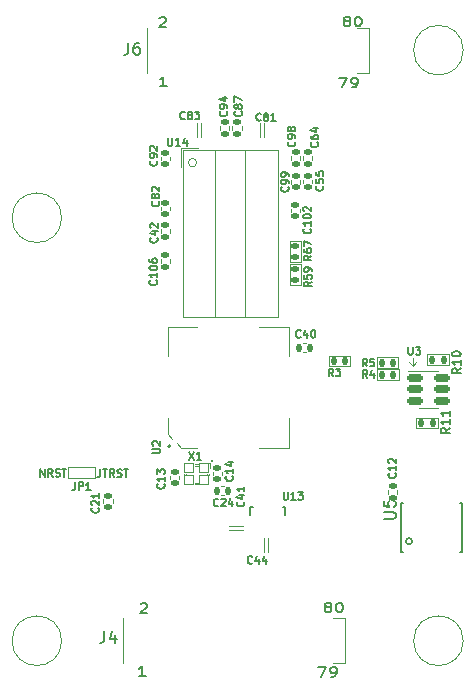
<source format=gbr>
G04 #@! TF.GenerationSoftware,KiCad,Pcbnew,9.0.1*
G04 #@! TF.CreationDate,2025-06-04T13:38:33-07:00*
G04 #@! TF.ProjectId,mp153-devboard,6d703135-332d-4646-9576-626f6172642e,rev?*
G04 #@! TF.SameCoordinates,PXb487a00PY650eff0*
G04 #@! TF.FileFunction,Legend,Top*
G04 #@! TF.FilePolarity,Positive*
%FSLAX46Y46*%
G04 Gerber Fmt 4.6, Leading zero omitted, Abs format (unit mm)*
G04 Created by KiCad (PCBNEW 9.0.1) date 2025-06-04 13:38:33*
%MOMM*%
%LPD*%
G01*
G04 APERTURE LIST*
G04 Aperture macros list*
%AMRoundRect*
0 Rectangle with rounded corners*
0 $1 Rounding radius*
0 $2 $3 $4 $5 $6 $7 $8 $9 X,Y pos of 4 corners*
0 Add a 4 corners polygon primitive as box body*
4,1,4,$2,$3,$4,$5,$6,$7,$8,$9,$2,$3,0*
0 Add four circle primitives for the rounded corners*
1,1,$1+$1,$2,$3*
1,1,$1+$1,$4,$5*
1,1,$1+$1,$6,$7*
1,1,$1+$1,$8,$9*
0 Add four rect primitives between the rounded corners*
20,1,$1+$1,$2,$3,$4,$5,0*
20,1,$1+$1,$4,$5,$6,$7,0*
20,1,$1+$1,$6,$7,$8,$9,0*
20,1,$1+$1,$8,$9,$2,$3,0*%
G04 Aperture macros list end*
%ADD10C,0.120000*%
%ADD11C,0.150000*%
%ADD12C,0.149860*%
%ADD13C,0.100000*%
%ADD14C,0.200000*%
%ADD15RoundRect,0.147500X0.172500X-0.147500X0.172500X0.147500X-0.172500X0.147500X-0.172500X-0.147500X0*%
%ADD16RoundRect,0.150000X-0.512500X-0.150000X0.512500X-0.150000X0.512500X0.150000X-0.512500X0.150000X0*%
%ADD17RoundRect,0.147500X0.147500X0.172500X-0.147500X0.172500X-0.147500X-0.172500X0.147500X-0.172500X0*%
%ADD18RoundRect,0.147500X-0.172500X0.147500X-0.172500X-0.147500X0.172500X-0.147500X0.172500X0.147500X0*%
%ADD19R,0.160000X0.500000*%
%ADD20R,0.500000X0.500000*%
%ADD21R,1.000000X1.000000*%
%ADD22C,3.000000*%
%ADD23C,0.230000*%
%ADD24RoundRect,0.050000X0.400000X0.350000X-0.400000X0.350000X-0.400000X-0.350000X0.400000X-0.350000X0*%
%ADD25RoundRect,0.147500X-0.147500X-0.172500X0.147500X-0.172500X0.147500X0.172500X-0.147500X0.172500X0*%
%ADD26R,0.200000X0.890000*%
%ADD27R,0.350000X0.890000*%
%ADD28R,0.800100X0.800100*%
%ADD29C,0.500000*%
%ADD30R,0.600000X2.000000*%
%ADD31C,1.651000*%
%ADD32O,2.352400X1.152400*%
%ADD33O,1.952400X1.152400*%
%ADD34R,1.700000X1.700000*%
%ADD35O,1.700000X1.700000*%
G04 APERTURE END LIST*
D10*
X35090000Y26640000D02*
X35380000Y26970000D01*
X35090000Y27320000D02*
X35090000Y26640000D01*
X35090000Y26640000D02*
X34780000Y26970000D01*
D11*
X14250588Y50305705D02*
X13679160Y50305705D01*
X13964874Y50305705D02*
X13964874Y51105705D01*
X13964874Y51105705D02*
X13869636Y50991420D01*
X13869636Y50991420D02*
X13774398Y50915229D01*
X13774398Y50915229D02*
X13679160Y50877134D01*
X28871541Y51015705D02*
X29538207Y51015705D01*
X29538207Y51015705D02*
X29109636Y50215705D01*
X29966779Y50215705D02*
X30157255Y50215705D01*
X30157255Y50215705D02*
X30252493Y50253800D01*
X30252493Y50253800D02*
X30300112Y50291896D01*
X30300112Y50291896D02*
X30395350Y50406181D01*
X30395350Y50406181D02*
X30442969Y50558562D01*
X30442969Y50558562D02*
X30442969Y50863324D01*
X30442969Y50863324D02*
X30395350Y50939515D01*
X30395350Y50939515D02*
X30347731Y50977610D01*
X30347731Y50977610D02*
X30252493Y51015705D01*
X30252493Y51015705D02*
X30062017Y51015705D01*
X30062017Y51015705D02*
X29966779Y50977610D01*
X29966779Y50977610D02*
X29919160Y50939515D01*
X29919160Y50939515D02*
X29871541Y50863324D01*
X29871541Y50863324D02*
X29871541Y50672848D01*
X29871541Y50672848D02*
X29919160Y50596658D01*
X29919160Y50596658D02*
X29966779Y50558562D01*
X29966779Y50558562D02*
X30062017Y50520467D01*
X30062017Y50520467D02*
X30252493Y50520467D01*
X30252493Y50520467D02*
X30347731Y50558562D01*
X30347731Y50558562D02*
X30395350Y50596658D01*
X30395350Y50596658D02*
X30442969Y50672848D01*
X8629960Y17874948D02*
X8629960Y17410662D01*
X8629960Y17410662D02*
X8599007Y17317805D01*
X8599007Y17317805D02*
X8537103Y17255900D01*
X8537103Y17255900D02*
X8444245Y17224948D01*
X8444245Y17224948D02*
X8382341Y17224948D01*
X8846626Y17874948D02*
X9218055Y17874948D01*
X9032341Y17224948D02*
X9032341Y17874948D01*
X9806150Y17224948D02*
X9589483Y17534472D01*
X9434721Y17224948D02*
X9434721Y17874948D01*
X9434721Y17874948D02*
X9682340Y17874948D01*
X9682340Y17874948D02*
X9744245Y17843996D01*
X9744245Y17843996D02*
X9775198Y17813043D01*
X9775198Y17813043D02*
X9806150Y17751139D01*
X9806150Y17751139D02*
X9806150Y17658281D01*
X9806150Y17658281D02*
X9775198Y17596377D01*
X9775198Y17596377D02*
X9744245Y17565424D01*
X9744245Y17565424D02*
X9682340Y17534472D01*
X9682340Y17534472D02*
X9434721Y17534472D01*
X10053769Y17255900D02*
X10146626Y17224948D01*
X10146626Y17224948D02*
X10301388Y17224948D01*
X10301388Y17224948D02*
X10363293Y17255900D01*
X10363293Y17255900D02*
X10394245Y17286853D01*
X10394245Y17286853D02*
X10425198Y17348758D01*
X10425198Y17348758D02*
X10425198Y17410662D01*
X10425198Y17410662D02*
X10394245Y17472567D01*
X10394245Y17472567D02*
X10363293Y17503520D01*
X10363293Y17503520D02*
X10301388Y17534472D01*
X10301388Y17534472D02*
X10177579Y17565424D01*
X10177579Y17565424D02*
X10115674Y17596377D01*
X10115674Y17596377D02*
X10084721Y17627329D01*
X10084721Y17627329D02*
X10053769Y17689234D01*
X10053769Y17689234D02*
X10053769Y17751139D01*
X10053769Y17751139D02*
X10084721Y17813043D01*
X10084721Y17813043D02*
X10115674Y17843996D01*
X10115674Y17843996D02*
X10177579Y17874948D01*
X10177579Y17874948D02*
X10332340Y17874948D01*
X10332340Y17874948D02*
X10425198Y17843996D01*
X10610912Y17874948D02*
X10982341Y17874948D01*
X10796627Y17224948D02*
X10796627Y17874948D01*
X27082341Y1123305D02*
X27749007Y1123305D01*
X27749007Y1123305D02*
X27320436Y323305D01*
X28177579Y323305D02*
X28368055Y323305D01*
X28368055Y323305D02*
X28463293Y361400D01*
X28463293Y361400D02*
X28510912Y399496D01*
X28510912Y399496D02*
X28606150Y513781D01*
X28606150Y513781D02*
X28653769Y666162D01*
X28653769Y666162D02*
X28653769Y970924D01*
X28653769Y970924D02*
X28606150Y1047115D01*
X28606150Y1047115D02*
X28558531Y1085210D01*
X28558531Y1085210D02*
X28463293Y1123305D01*
X28463293Y1123305D02*
X28272817Y1123305D01*
X28272817Y1123305D02*
X28177579Y1085210D01*
X28177579Y1085210D02*
X28129960Y1047115D01*
X28129960Y1047115D02*
X28082341Y970924D01*
X28082341Y970924D02*
X28082341Y780448D01*
X28082341Y780448D02*
X28129960Y704258D01*
X28129960Y704258D02*
X28177579Y666162D01*
X28177579Y666162D02*
X28272817Y628067D01*
X28272817Y628067D02*
X28463293Y628067D01*
X28463293Y628067D02*
X28558531Y666162D01*
X28558531Y666162D02*
X28606150Y704258D01*
X28606150Y704258D02*
X28653769Y780448D01*
X12461388Y413305D02*
X11889960Y413305D01*
X12175674Y413305D02*
X12175674Y1213305D01*
X12175674Y1213305D02*
X12080436Y1099020D01*
X12080436Y1099020D02*
X11985198Y1022829D01*
X11985198Y1022829D02*
X11889960Y984734D01*
X13629160Y56079515D02*
X13676779Y56117610D01*
X13676779Y56117610D02*
X13772017Y56155705D01*
X13772017Y56155705D02*
X14010112Y56155705D01*
X14010112Y56155705D02*
X14105350Y56117610D01*
X14105350Y56117610D02*
X14152969Y56079515D01*
X14152969Y56079515D02*
X14200588Y56003324D01*
X14200588Y56003324D02*
X14200588Y55927134D01*
X14200588Y55927134D02*
X14152969Y55812848D01*
X14152969Y55812848D02*
X13581541Y55355705D01*
X13581541Y55355705D02*
X14200588Y55355705D01*
X29409636Y55842848D02*
X29314398Y55880943D01*
X29314398Y55880943D02*
X29266779Y55919039D01*
X29266779Y55919039D02*
X29219160Y55995229D01*
X29219160Y55995229D02*
X29219160Y56033324D01*
X29219160Y56033324D02*
X29266779Y56109515D01*
X29266779Y56109515D02*
X29314398Y56147610D01*
X29314398Y56147610D02*
X29409636Y56185705D01*
X29409636Y56185705D02*
X29600112Y56185705D01*
X29600112Y56185705D02*
X29695350Y56147610D01*
X29695350Y56147610D02*
X29742969Y56109515D01*
X29742969Y56109515D02*
X29790588Y56033324D01*
X29790588Y56033324D02*
X29790588Y55995229D01*
X29790588Y55995229D02*
X29742969Y55919039D01*
X29742969Y55919039D02*
X29695350Y55880943D01*
X29695350Y55880943D02*
X29600112Y55842848D01*
X29600112Y55842848D02*
X29409636Y55842848D01*
X29409636Y55842848D02*
X29314398Y55804753D01*
X29314398Y55804753D02*
X29266779Y55766658D01*
X29266779Y55766658D02*
X29219160Y55690467D01*
X29219160Y55690467D02*
X29219160Y55538086D01*
X29219160Y55538086D02*
X29266779Y55461896D01*
X29266779Y55461896D02*
X29314398Y55423800D01*
X29314398Y55423800D02*
X29409636Y55385705D01*
X29409636Y55385705D02*
X29600112Y55385705D01*
X29600112Y55385705D02*
X29695350Y55423800D01*
X29695350Y55423800D02*
X29742969Y55461896D01*
X29742969Y55461896D02*
X29790588Y55538086D01*
X29790588Y55538086D02*
X29790588Y55690467D01*
X29790588Y55690467D02*
X29742969Y55766658D01*
X29742969Y55766658D02*
X29695350Y55804753D01*
X29695350Y55804753D02*
X29600112Y55842848D01*
X30409636Y56185705D02*
X30504874Y56185705D01*
X30504874Y56185705D02*
X30600112Y56147610D01*
X30600112Y56147610D02*
X30647731Y56109515D01*
X30647731Y56109515D02*
X30695350Y56033324D01*
X30695350Y56033324D02*
X30742969Y55880943D01*
X30742969Y55880943D02*
X30742969Y55690467D01*
X30742969Y55690467D02*
X30695350Y55538086D01*
X30695350Y55538086D02*
X30647731Y55461896D01*
X30647731Y55461896D02*
X30600112Y55423800D01*
X30600112Y55423800D02*
X30504874Y55385705D01*
X30504874Y55385705D02*
X30409636Y55385705D01*
X30409636Y55385705D02*
X30314398Y55423800D01*
X30314398Y55423800D02*
X30266779Y55461896D01*
X30266779Y55461896D02*
X30219160Y55538086D01*
X30219160Y55538086D02*
X30171541Y55690467D01*
X30171541Y55690467D02*
X30171541Y55880943D01*
X30171541Y55880943D02*
X30219160Y56033324D01*
X30219160Y56033324D02*
X30266779Y56109515D01*
X30266779Y56109515D02*
X30314398Y56147610D01*
X30314398Y56147610D02*
X30409636Y56185705D01*
X12029960Y6467115D02*
X12077579Y6505210D01*
X12077579Y6505210D02*
X12172817Y6543305D01*
X12172817Y6543305D02*
X12410912Y6543305D01*
X12410912Y6543305D02*
X12506150Y6505210D01*
X12506150Y6505210D02*
X12553769Y6467115D01*
X12553769Y6467115D02*
X12601388Y6390924D01*
X12601388Y6390924D02*
X12601388Y6314734D01*
X12601388Y6314734D02*
X12553769Y6200448D01*
X12553769Y6200448D02*
X11982341Y5743305D01*
X11982341Y5743305D02*
X12601388Y5743305D01*
X3533445Y17257348D02*
X3533445Y17907348D01*
X3533445Y17907348D02*
X3904874Y17257348D01*
X3904874Y17257348D02*
X3904874Y17907348D01*
X4585826Y17257348D02*
X4369159Y17566872D01*
X4214397Y17257348D02*
X4214397Y17907348D01*
X4214397Y17907348D02*
X4462016Y17907348D01*
X4462016Y17907348D02*
X4523921Y17876396D01*
X4523921Y17876396D02*
X4554874Y17845443D01*
X4554874Y17845443D02*
X4585826Y17783539D01*
X4585826Y17783539D02*
X4585826Y17690681D01*
X4585826Y17690681D02*
X4554874Y17628777D01*
X4554874Y17628777D02*
X4523921Y17597824D01*
X4523921Y17597824D02*
X4462016Y17566872D01*
X4462016Y17566872D02*
X4214397Y17566872D01*
X4833445Y17288300D02*
X4926302Y17257348D01*
X4926302Y17257348D02*
X5081064Y17257348D01*
X5081064Y17257348D02*
X5142969Y17288300D01*
X5142969Y17288300D02*
X5173921Y17319253D01*
X5173921Y17319253D02*
X5204874Y17381158D01*
X5204874Y17381158D02*
X5204874Y17443062D01*
X5204874Y17443062D02*
X5173921Y17504967D01*
X5173921Y17504967D02*
X5142969Y17535920D01*
X5142969Y17535920D02*
X5081064Y17566872D01*
X5081064Y17566872D02*
X4957255Y17597824D01*
X4957255Y17597824D02*
X4895350Y17628777D01*
X4895350Y17628777D02*
X4864397Y17659729D01*
X4864397Y17659729D02*
X4833445Y17721634D01*
X4833445Y17721634D02*
X4833445Y17783539D01*
X4833445Y17783539D02*
X4864397Y17845443D01*
X4864397Y17845443D02*
X4895350Y17876396D01*
X4895350Y17876396D02*
X4957255Y17907348D01*
X4957255Y17907348D02*
X5112016Y17907348D01*
X5112016Y17907348D02*
X5204874Y17876396D01*
X5390588Y17907348D02*
X5762017Y17907348D01*
X5576303Y17257348D02*
X5576303Y17907348D01*
X27810436Y6230448D02*
X27715198Y6268543D01*
X27715198Y6268543D02*
X27667579Y6306639D01*
X27667579Y6306639D02*
X27619960Y6382829D01*
X27619960Y6382829D02*
X27619960Y6420924D01*
X27619960Y6420924D02*
X27667579Y6497115D01*
X27667579Y6497115D02*
X27715198Y6535210D01*
X27715198Y6535210D02*
X27810436Y6573305D01*
X27810436Y6573305D02*
X28000912Y6573305D01*
X28000912Y6573305D02*
X28096150Y6535210D01*
X28096150Y6535210D02*
X28143769Y6497115D01*
X28143769Y6497115D02*
X28191388Y6420924D01*
X28191388Y6420924D02*
X28191388Y6382829D01*
X28191388Y6382829D02*
X28143769Y6306639D01*
X28143769Y6306639D02*
X28096150Y6268543D01*
X28096150Y6268543D02*
X28000912Y6230448D01*
X28000912Y6230448D02*
X27810436Y6230448D01*
X27810436Y6230448D02*
X27715198Y6192353D01*
X27715198Y6192353D02*
X27667579Y6154258D01*
X27667579Y6154258D02*
X27619960Y6078067D01*
X27619960Y6078067D02*
X27619960Y5925686D01*
X27619960Y5925686D02*
X27667579Y5849496D01*
X27667579Y5849496D02*
X27715198Y5811400D01*
X27715198Y5811400D02*
X27810436Y5773305D01*
X27810436Y5773305D02*
X28000912Y5773305D01*
X28000912Y5773305D02*
X28096150Y5811400D01*
X28096150Y5811400D02*
X28143769Y5849496D01*
X28143769Y5849496D02*
X28191388Y5925686D01*
X28191388Y5925686D02*
X28191388Y6078067D01*
X28191388Y6078067D02*
X28143769Y6154258D01*
X28143769Y6154258D02*
X28096150Y6192353D01*
X28096150Y6192353D02*
X28000912Y6230448D01*
X28810436Y6573305D02*
X28905674Y6573305D01*
X28905674Y6573305D02*
X29000912Y6535210D01*
X29000912Y6535210D02*
X29048531Y6497115D01*
X29048531Y6497115D02*
X29096150Y6420924D01*
X29096150Y6420924D02*
X29143769Y6268543D01*
X29143769Y6268543D02*
X29143769Y6078067D01*
X29143769Y6078067D02*
X29096150Y5925686D01*
X29096150Y5925686D02*
X29048531Y5849496D01*
X29048531Y5849496D02*
X29000912Y5811400D01*
X29000912Y5811400D02*
X28905674Y5773305D01*
X28905674Y5773305D02*
X28810436Y5773305D01*
X28810436Y5773305D02*
X28715198Y5811400D01*
X28715198Y5811400D02*
X28667579Y5849496D01*
X28667579Y5849496D02*
X28619960Y5925686D01*
X28619960Y5925686D02*
X28572341Y6078067D01*
X28572341Y6078067D02*
X28572341Y6268543D01*
X28572341Y6268543D02*
X28619960Y6420924D01*
X28619960Y6420924D02*
X28667579Y6497115D01*
X28667579Y6497115D02*
X28715198Y6535210D01*
X28715198Y6535210D02*
X28810436Y6573305D01*
D12*
X13411800Y37459753D02*
X13442752Y37428801D01*
X13442752Y37428801D02*
X13473703Y37335946D01*
X13473703Y37335946D02*
X13473703Y37274042D01*
X13473703Y37274042D02*
X13442752Y37181187D01*
X13442752Y37181187D02*
X13380848Y37119284D01*
X13380848Y37119284D02*
X13318945Y37088332D01*
X13318945Y37088332D02*
X13195138Y37057380D01*
X13195138Y37057380D02*
X13102283Y37057380D01*
X13102283Y37057380D02*
X12978476Y37088332D01*
X12978476Y37088332D02*
X12916572Y37119284D01*
X12916572Y37119284D02*
X12854669Y37181187D01*
X12854669Y37181187D02*
X12823717Y37274042D01*
X12823717Y37274042D02*
X12823717Y37335946D01*
X12823717Y37335946D02*
X12854669Y37428801D01*
X12854669Y37428801D02*
X12885621Y37459753D01*
X13040379Y38016883D02*
X13473703Y38016883D01*
X12792766Y37862125D02*
X13257041Y37707366D01*
X13257041Y37707366D02*
X13257041Y38109739D01*
X12885621Y38326400D02*
X12854669Y38357352D01*
X12854669Y38357352D02*
X12823717Y38419255D01*
X12823717Y38419255D02*
X12823717Y38574014D01*
X12823717Y38574014D02*
X12854669Y38635917D01*
X12854669Y38635917D02*
X12885621Y38666869D01*
X12885621Y38666869D02*
X12947524Y38697821D01*
X12947524Y38697821D02*
X13009428Y38697821D01*
X13009428Y38697821D02*
X13102283Y38666869D01*
X13102283Y38666869D02*
X13473703Y38295449D01*
X13473703Y38295449D02*
X13473703Y38697821D01*
X34704772Y28217083D02*
X34704772Y27690904D01*
X34704772Y27690904D02*
X34735724Y27629000D01*
X34735724Y27629000D02*
X34766676Y27598048D01*
X34766676Y27598048D02*
X34828579Y27567097D01*
X34828579Y27567097D02*
X34952386Y27567097D01*
X34952386Y27567097D02*
X35014289Y27598048D01*
X35014289Y27598048D02*
X35045241Y27629000D01*
X35045241Y27629000D02*
X35076193Y27690904D01*
X35076193Y27690904D02*
X35076193Y28217083D01*
X35323807Y28217083D02*
X35726179Y28217083D01*
X35726179Y28217083D02*
X35509517Y27969469D01*
X35509517Y27969469D02*
X35602372Y27969469D01*
X35602372Y27969469D02*
X35664276Y27938517D01*
X35664276Y27938517D02*
X35695227Y27907566D01*
X35695227Y27907566D02*
X35726179Y27845662D01*
X35726179Y27845662D02*
X35726179Y27690904D01*
X35726179Y27690904D02*
X35695227Y27629000D01*
X35695227Y27629000D02*
X35664276Y27598048D01*
X35664276Y27598048D02*
X35602372Y27567097D01*
X35602372Y27567097D02*
X35416662Y27567097D01*
X35416662Y27567097D02*
X35354758Y27598048D01*
X35354758Y27598048D02*
X35323807Y27629000D01*
X31231669Y25607097D02*
X31015007Y25916614D01*
X30860248Y25607097D02*
X30860248Y26257083D01*
X30860248Y26257083D02*
X31107862Y26257083D01*
X31107862Y26257083D02*
X31169765Y26226131D01*
X31169765Y26226131D02*
X31200717Y26195179D01*
X31200717Y26195179D02*
X31231669Y26133276D01*
X31231669Y26133276D02*
X31231669Y26040421D01*
X31231669Y26040421D02*
X31200717Y25978517D01*
X31200717Y25978517D02*
X31169765Y25947566D01*
X31169765Y25947566D02*
X31107862Y25916614D01*
X31107862Y25916614D02*
X30860248Y25916614D01*
X31788800Y26040421D02*
X31788800Y25607097D01*
X31634041Y26288034D02*
X31479282Y25823759D01*
X31479282Y25823759D02*
X31881655Y25823759D01*
X25071800Y45619753D02*
X25102752Y45588801D01*
X25102752Y45588801D02*
X25133703Y45495946D01*
X25133703Y45495946D02*
X25133703Y45434042D01*
X25133703Y45434042D02*
X25102752Y45341187D01*
X25102752Y45341187D02*
X25040848Y45279284D01*
X25040848Y45279284D02*
X24978945Y45248332D01*
X24978945Y45248332D02*
X24855138Y45217380D01*
X24855138Y45217380D02*
X24762283Y45217380D01*
X24762283Y45217380D02*
X24638476Y45248332D01*
X24638476Y45248332D02*
X24576572Y45279284D01*
X24576572Y45279284D02*
X24514669Y45341187D01*
X24514669Y45341187D02*
X24483717Y45434042D01*
X24483717Y45434042D02*
X24483717Y45495946D01*
X24483717Y45495946D02*
X24514669Y45588801D01*
X24514669Y45588801D02*
X24545621Y45619753D01*
X25133703Y45929270D02*
X25133703Y46053077D01*
X25133703Y46053077D02*
X25102752Y46114980D01*
X25102752Y46114980D02*
X25071800Y46145932D01*
X25071800Y46145932D02*
X24978945Y46207835D01*
X24978945Y46207835D02*
X24855138Y46238787D01*
X24855138Y46238787D02*
X24607524Y46238787D01*
X24607524Y46238787D02*
X24545621Y46207835D01*
X24545621Y46207835D02*
X24514669Y46176883D01*
X24514669Y46176883D02*
X24483717Y46114980D01*
X24483717Y46114980D02*
X24483717Y45991173D01*
X24483717Y45991173D02*
X24514669Y45929270D01*
X24514669Y45929270D02*
X24545621Y45898318D01*
X24545621Y45898318D02*
X24607524Y45867366D01*
X24607524Y45867366D02*
X24762283Y45867366D01*
X24762283Y45867366D02*
X24824186Y45898318D01*
X24824186Y45898318D02*
X24855138Y45929270D01*
X24855138Y45929270D02*
X24886090Y45991173D01*
X24886090Y45991173D02*
X24886090Y46114980D01*
X24886090Y46114980D02*
X24855138Y46176883D01*
X24855138Y46176883D02*
X24824186Y46207835D01*
X24824186Y46207835D02*
X24762283Y46238787D01*
X24762283Y46610207D02*
X24731331Y46548304D01*
X24731331Y46548304D02*
X24700379Y46517352D01*
X24700379Y46517352D02*
X24638476Y46486400D01*
X24638476Y46486400D02*
X24607524Y46486400D01*
X24607524Y46486400D02*
X24545621Y46517352D01*
X24545621Y46517352D02*
X24514669Y46548304D01*
X24514669Y46548304D02*
X24483717Y46610207D01*
X24483717Y46610207D02*
X24483717Y46734014D01*
X24483717Y46734014D02*
X24514669Y46795917D01*
X24514669Y46795917D02*
X24545621Y46826869D01*
X24545621Y46826869D02*
X24607524Y46857821D01*
X24607524Y46857821D02*
X24638476Y46857821D01*
X24638476Y46857821D02*
X24700379Y46826869D01*
X24700379Y46826869D02*
X24731331Y46795917D01*
X24731331Y46795917D02*
X24762283Y46734014D01*
X24762283Y46734014D02*
X24762283Y46610207D01*
X24762283Y46610207D02*
X24793234Y46548304D01*
X24793234Y46548304D02*
X24824186Y46517352D01*
X24824186Y46517352D02*
X24886090Y46486400D01*
X24886090Y46486400D02*
X25009896Y46486400D01*
X25009896Y46486400D02*
X25071800Y46517352D01*
X25071800Y46517352D02*
X25102752Y46548304D01*
X25102752Y46548304D02*
X25133703Y46610207D01*
X25133703Y46610207D02*
X25133703Y46734014D01*
X25133703Y46734014D02*
X25102752Y46795917D01*
X25102752Y46795917D02*
X25071800Y46826869D01*
X25071800Y46826869D02*
X25009896Y46857821D01*
X25009896Y46857821D02*
X24886090Y46857821D01*
X24886090Y46857821D02*
X24824186Y46826869D01*
X24824186Y46826869D02*
X24793234Y46795917D01*
X24793234Y46795917D02*
X24762283Y46734014D01*
D11*
X6509133Y16764698D02*
X6509133Y16300412D01*
X6509133Y16300412D02*
X6478180Y16207555D01*
X6478180Y16207555D02*
X6416276Y16145650D01*
X6416276Y16145650D02*
X6323418Y16114698D01*
X6323418Y16114698D02*
X6261514Y16114698D01*
X6818656Y16114698D02*
X6818656Y16764698D01*
X6818656Y16764698D02*
X7066275Y16764698D01*
X7066275Y16764698D02*
X7128180Y16733746D01*
X7128180Y16733746D02*
X7159133Y16702793D01*
X7159133Y16702793D02*
X7190085Y16640889D01*
X7190085Y16640889D02*
X7190085Y16548031D01*
X7190085Y16548031D02*
X7159133Y16486127D01*
X7159133Y16486127D02*
X7128180Y16455174D01*
X7128180Y16455174D02*
X7066275Y16424222D01*
X7066275Y16424222D02*
X6818656Y16424222D01*
X7809133Y16114698D02*
X7437704Y16114698D01*
X7623418Y16114698D02*
X7623418Y16764698D01*
X7623418Y16764698D02*
X7561514Y16671841D01*
X7561514Y16671841D02*
X7499609Y16609936D01*
X7499609Y16609936D02*
X7437704Y16578984D01*
D12*
X26493703Y35952974D02*
X26184186Y35736312D01*
X26493703Y35581553D02*
X25843717Y35581553D01*
X25843717Y35581553D02*
X25843717Y35829167D01*
X25843717Y35829167D02*
X25874669Y35891070D01*
X25874669Y35891070D02*
X25905621Y35922022D01*
X25905621Y35922022D02*
X25967524Y35952974D01*
X25967524Y35952974D02*
X26060379Y35952974D01*
X26060379Y35952974D02*
X26122283Y35922022D01*
X26122283Y35922022D02*
X26153234Y35891070D01*
X26153234Y35891070D02*
X26184186Y35829167D01*
X26184186Y35829167D02*
X26184186Y35581553D01*
X25843717Y36510104D02*
X25843717Y36386298D01*
X25843717Y36386298D02*
X25874669Y36324394D01*
X25874669Y36324394D02*
X25905621Y36293442D01*
X25905621Y36293442D02*
X25998476Y36231539D01*
X25998476Y36231539D02*
X26122283Y36200587D01*
X26122283Y36200587D02*
X26369896Y36200587D01*
X26369896Y36200587D02*
X26431800Y36231539D01*
X26431800Y36231539D02*
X26462752Y36262491D01*
X26462752Y36262491D02*
X26493703Y36324394D01*
X26493703Y36324394D02*
X26493703Y36448201D01*
X26493703Y36448201D02*
X26462752Y36510104D01*
X26462752Y36510104D02*
X26431800Y36541056D01*
X26431800Y36541056D02*
X26369896Y36572008D01*
X26369896Y36572008D02*
X26215138Y36572008D01*
X26215138Y36572008D02*
X26153234Y36541056D01*
X26153234Y36541056D02*
X26122283Y36510104D01*
X26122283Y36510104D02*
X26091331Y36448201D01*
X26091331Y36448201D02*
X26091331Y36324394D01*
X26091331Y36324394D02*
X26122283Y36262491D01*
X26122283Y36262491D02*
X26153234Y36231539D01*
X26153234Y36231539D02*
X26215138Y36200587D01*
X25843717Y36788670D02*
X25843717Y37221994D01*
X25843717Y37221994D02*
X26493703Y36943428D01*
X22222952Y47436600D02*
X22192000Y47405648D01*
X22192000Y47405648D02*
X22099145Y47374697D01*
X22099145Y47374697D02*
X22037241Y47374697D01*
X22037241Y47374697D02*
X21944386Y47405648D01*
X21944386Y47405648D02*
X21882483Y47467552D01*
X21882483Y47467552D02*
X21851531Y47529455D01*
X21851531Y47529455D02*
X21820579Y47653262D01*
X21820579Y47653262D02*
X21820579Y47746117D01*
X21820579Y47746117D02*
X21851531Y47869924D01*
X21851531Y47869924D02*
X21882483Y47931828D01*
X21882483Y47931828D02*
X21944386Y47993731D01*
X21944386Y47993731D02*
X22037241Y48024683D01*
X22037241Y48024683D02*
X22099145Y48024683D01*
X22099145Y48024683D02*
X22192000Y47993731D01*
X22192000Y47993731D02*
X22222952Y47962779D01*
X22594372Y47746117D02*
X22532469Y47777069D01*
X22532469Y47777069D02*
X22501517Y47808021D01*
X22501517Y47808021D02*
X22470565Y47869924D01*
X22470565Y47869924D02*
X22470565Y47900876D01*
X22470565Y47900876D02*
X22501517Y47962779D01*
X22501517Y47962779D02*
X22532469Y47993731D01*
X22532469Y47993731D02*
X22594372Y48024683D01*
X22594372Y48024683D02*
X22718179Y48024683D01*
X22718179Y48024683D02*
X22780083Y47993731D01*
X22780083Y47993731D02*
X22811034Y47962779D01*
X22811034Y47962779D02*
X22841986Y47900876D01*
X22841986Y47900876D02*
X22841986Y47869924D01*
X22841986Y47869924D02*
X22811034Y47808021D01*
X22811034Y47808021D02*
X22780083Y47777069D01*
X22780083Y47777069D02*
X22718179Y47746117D01*
X22718179Y47746117D02*
X22594372Y47746117D01*
X22594372Y47746117D02*
X22532469Y47715166D01*
X22532469Y47715166D02*
X22501517Y47684214D01*
X22501517Y47684214D02*
X22470565Y47622310D01*
X22470565Y47622310D02*
X22470565Y47498504D01*
X22470565Y47498504D02*
X22501517Y47436600D01*
X22501517Y47436600D02*
X22532469Y47405648D01*
X22532469Y47405648D02*
X22594372Y47374697D01*
X22594372Y47374697D02*
X22718179Y47374697D01*
X22718179Y47374697D02*
X22780083Y47405648D01*
X22780083Y47405648D02*
X22811034Y47436600D01*
X22811034Y47436600D02*
X22841986Y47498504D01*
X22841986Y47498504D02*
X22841986Y47622310D01*
X22841986Y47622310D02*
X22811034Y47684214D01*
X22811034Y47684214D02*
X22780083Y47715166D01*
X22780083Y47715166D02*
X22718179Y47746117D01*
X23461020Y47374697D02*
X23089599Y47374697D01*
X23275310Y47374697D02*
X23275310Y48024683D01*
X23275310Y48024683D02*
X23213406Y47931828D01*
X23213406Y47931828D02*
X23151503Y47869924D01*
X23151503Y47869924D02*
X23089599Y47838972D01*
X14018800Y16632753D02*
X14049752Y16601801D01*
X14049752Y16601801D02*
X14080703Y16508946D01*
X14080703Y16508946D02*
X14080703Y16447042D01*
X14080703Y16447042D02*
X14049752Y16354187D01*
X14049752Y16354187D02*
X13987848Y16292284D01*
X13987848Y16292284D02*
X13925945Y16261332D01*
X13925945Y16261332D02*
X13802138Y16230380D01*
X13802138Y16230380D02*
X13709283Y16230380D01*
X13709283Y16230380D02*
X13585476Y16261332D01*
X13585476Y16261332D02*
X13523572Y16292284D01*
X13523572Y16292284D02*
X13461669Y16354187D01*
X13461669Y16354187D02*
X13430717Y16447042D01*
X13430717Y16447042D02*
X13430717Y16508946D01*
X13430717Y16508946D02*
X13461669Y16601801D01*
X13461669Y16601801D02*
X13492621Y16632753D01*
X14080703Y17251787D02*
X14080703Y16880366D01*
X14080703Y17066077D02*
X13430717Y17066077D01*
X13430717Y17066077D02*
X13523572Y17004173D01*
X13523572Y17004173D02*
X13585476Y16942270D01*
X13585476Y16942270D02*
X13616428Y16880366D01*
X13430717Y17468449D02*
X13430717Y17870821D01*
X13430717Y17870821D02*
X13678331Y17654159D01*
X13678331Y17654159D02*
X13678331Y17747014D01*
X13678331Y17747014D02*
X13709283Y17808917D01*
X13709283Y17808917D02*
X13740234Y17839869D01*
X13740234Y17839869D02*
X13802138Y17870821D01*
X13802138Y17870821D02*
X13956896Y17870821D01*
X13956896Y17870821D02*
X14018800Y17839869D01*
X14018800Y17839869D02*
X14049752Y17808917D01*
X14049752Y17808917D02*
X14080703Y17747014D01*
X14080703Y17747014D02*
X14080703Y17561304D01*
X14080703Y17561304D02*
X14049752Y17499400D01*
X14049752Y17499400D02*
X14018800Y17468449D01*
X27011800Y45559753D02*
X27042752Y45528801D01*
X27042752Y45528801D02*
X27073703Y45435946D01*
X27073703Y45435946D02*
X27073703Y45374042D01*
X27073703Y45374042D02*
X27042752Y45281187D01*
X27042752Y45281187D02*
X26980848Y45219284D01*
X26980848Y45219284D02*
X26918945Y45188332D01*
X26918945Y45188332D02*
X26795138Y45157380D01*
X26795138Y45157380D02*
X26702283Y45157380D01*
X26702283Y45157380D02*
X26578476Y45188332D01*
X26578476Y45188332D02*
X26516572Y45219284D01*
X26516572Y45219284D02*
X26454669Y45281187D01*
X26454669Y45281187D02*
X26423717Y45374042D01*
X26423717Y45374042D02*
X26423717Y45435946D01*
X26423717Y45435946D02*
X26454669Y45528801D01*
X26454669Y45528801D02*
X26485621Y45559753D01*
X26423717Y46116883D02*
X26423717Y45993077D01*
X26423717Y45993077D02*
X26454669Y45931173D01*
X26454669Y45931173D02*
X26485621Y45900221D01*
X26485621Y45900221D02*
X26578476Y45838318D01*
X26578476Y45838318D02*
X26702283Y45807366D01*
X26702283Y45807366D02*
X26949896Y45807366D01*
X26949896Y45807366D02*
X27011800Y45838318D01*
X27011800Y45838318D02*
X27042752Y45869270D01*
X27042752Y45869270D02*
X27073703Y45931173D01*
X27073703Y45931173D02*
X27073703Y46054980D01*
X27073703Y46054980D02*
X27042752Y46116883D01*
X27042752Y46116883D02*
X27011800Y46147835D01*
X27011800Y46147835D02*
X26949896Y46178787D01*
X26949896Y46178787D02*
X26795138Y46178787D01*
X26795138Y46178787D02*
X26733234Y46147835D01*
X26733234Y46147835D02*
X26702283Y46116883D01*
X26702283Y46116883D02*
X26671331Y46054980D01*
X26671331Y46054980D02*
X26671331Y45931173D01*
X26671331Y45931173D02*
X26702283Y45869270D01*
X26702283Y45869270D02*
X26733234Y45838318D01*
X26733234Y45838318D02*
X26795138Y45807366D01*
X26640379Y46735917D02*
X27073703Y46735917D01*
X26392766Y46581159D02*
X26857041Y46426400D01*
X26857041Y46426400D02*
X26857041Y46828773D01*
X27451800Y41849753D02*
X27482752Y41818801D01*
X27482752Y41818801D02*
X27513703Y41725946D01*
X27513703Y41725946D02*
X27513703Y41664042D01*
X27513703Y41664042D02*
X27482752Y41571187D01*
X27482752Y41571187D02*
X27420848Y41509284D01*
X27420848Y41509284D02*
X27358945Y41478332D01*
X27358945Y41478332D02*
X27235138Y41447380D01*
X27235138Y41447380D02*
X27142283Y41447380D01*
X27142283Y41447380D02*
X27018476Y41478332D01*
X27018476Y41478332D02*
X26956572Y41509284D01*
X26956572Y41509284D02*
X26894669Y41571187D01*
X26894669Y41571187D02*
X26863717Y41664042D01*
X26863717Y41664042D02*
X26863717Y41725946D01*
X26863717Y41725946D02*
X26894669Y41818801D01*
X26894669Y41818801D02*
X26925621Y41849753D01*
X26863717Y42437835D02*
X26863717Y42128318D01*
X26863717Y42128318D02*
X27173234Y42097366D01*
X27173234Y42097366D02*
X27142283Y42128318D01*
X27142283Y42128318D02*
X27111331Y42190221D01*
X27111331Y42190221D02*
X27111331Y42344980D01*
X27111331Y42344980D02*
X27142283Y42406883D01*
X27142283Y42406883D02*
X27173234Y42437835D01*
X27173234Y42437835D02*
X27235138Y42468787D01*
X27235138Y42468787D02*
X27389896Y42468787D01*
X27389896Y42468787D02*
X27451800Y42437835D01*
X27451800Y42437835D02*
X27482752Y42406883D01*
X27482752Y42406883D02*
X27513703Y42344980D01*
X27513703Y42344980D02*
X27513703Y42190221D01*
X27513703Y42190221D02*
X27482752Y42128318D01*
X27482752Y42128318D02*
X27451800Y42097366D01*
X26863717Y43056869D02*
X26863717Y42747352D01*
X26863717Y42747352D02*
X27173234Y42716400D01*
X27173234Y42716400D02*
X27142283Y42747352D01*
X27142283Y42747352D02*
X27111331Y42809255D01*
X27111331Y42809255D02*
X27111331Y42964014D01*
X27111331Y42964014D02*
X27142283Y43025917D01*
X27142283Y43025917D02*
X27173234Y43056869D01*
X27173234Y43056869D02*
X27235138Y43087821D01*
X27235138Y43087821D02*
X27389896Y43087821D01*
X27389896Y43087821D02*
X27451800Y43056869D01*
X27451800Y43056869D02*
X27482752Y43025917D01*
X27482752Y43025917D02*
X27513703Y42964014D01*
X27513703Y42964014D02*
X27513703Y42809255D01*
X27513703Y42809255D02*
X27482752Y42747352D01*
X27482752Y42747352D02*
X27451800Y42716400D01*
X13025437Y19235854D02*
X13551616Y19235854D01*
X13551616Y19235854D02*
X13613520Y19266806D01*
X13613520Y19266806D02*
X13644472Y19297757D01*
X13644472Y19297757D02*
X13675423Y19359661D01*
X13675423Y19359661D02*
X13675423Y19483468D01*
X13675423Y19483468D02*
X13644472Y19545371D01*
X13644472Y19545371D02*
X13613520Y19576323D01*
X13613520Y19576323D02*
X13551616Y19607275D01*
X13551616Y19607275D02*
X13025437Y19607275D01*
X13087341Y19885840D02*
X13056389Y19916792D01*
X13056389Y19916792D02*
X13025437Y19978695D01*
X13025437Y19978695D02*
X13025437Y20133454D01*
X13025437Y20133454D02*
X13056389Y20195357D01*
X13056389Y20195357D02*
X13087341Y20226309D01*
X13087341Y20226309D02*
X13149244Y20257261D01*
X13149244Y20257261D02*
X13211148Y20257261D01*
X13211148Y20257261D02*
X13304003Y20226309D01*
X13304003Y20226309D02*
X13675423Y19854889D01*
X13675423Y19854889D02*
X13675423Y20257261D01*
X15772952Y47571600D02*
X15742000Y47540648D01*
X15742000Y47540648D02*
X15649145Y47509697D01*
X15649145Y47509697D02*
X15587241Y47509697D01*
X15587241Y47509697D02*
X15494386Y47540648D01*
X15494386Y47540648D02*
X15432483Y47602552D01*
X15432483Y47602552D02*
X15401531Y47664455D01*
X15401531Y47664455D02*
X15370579Y47788262D01*
X15370579Y47788262D02*
X15370579Y47881117D01*
X15370579Y47881117D02*
X15401531Y48004924D01*
X15401531Y48004924D02*
X15432483Y48066828D01*
X15432483Y48066828D02*
X15494386Y48128731D01*
X15494386Y48128731D02*
X15587241Y48159683D01*
X15587241Y48159683D02*
X15649145Y48159683D01*
X15649145Y48159683D02*
X15742000Y48128731D01*
X15742000Y48128731D02*
X15772952Y48097779D01*
X16144372Y47881117D02*
X16082469Y47912069D01*
X16082469Y47912069D02*
X16051517Y47943021D01*
X16051517Y47943021D02*
X16020565Y48004924D01*
X16020565Y48004924D02*
X16020565Y48035876D01*
X16020565Y48035876D02*
X16051517Y48097779D01*
X16051517Y48097779D02*
X16082469Y48128731D01*
X16082469Y48128731D02*
X16144372Y48159683D01*
X16144372Y48159683D02*
X16268179Y48159683D01*
X16268179Y48159683D02*
X16330083Y48128731D01*
X16330083Y48128731D02*
X16361034Y48097779D01*
X16361034Y48097779D02*
X16391986Y48035876D01*
X16391986Y48035876D02*
X16391986Y48004924D01*
X16391986Y48004924D02*
X16361034Y47943021D01*
X16361034Y47943021D02*
X16330083Y47912069D01*
X16330083Y47912069D02*
X16268179Y47881117D01*
X16268179Y47881117D02*
X16144372Y47881117D01*
X16144372Y47881117D02*
X16082469Y47850166D01*
X16082469Y47850166D02*
X16051517Y47819214D01*
X16051517Y47819214D02*
X16020565Y47757310D01*
X16020565Y47757310D02*
X16020565Y47633504D01*
X16020565Y47633504D02*
X16051517Y47571600D01*
X16051517Y47571600D02*
X16082469Y47540648D01*
X16082469Y47540648D02*
X16144372Y47509697D01*
X16144372Y47509697D02*
X16268179Y47509697D01*
X16268179Y47509697D02*
X16330083Y47540648D01*
X16330083Y47540648D02*
X16361034Y47571600D01*
X16361034Y47571600D02*
X16391986Y47633504D01*
X16391986Y47633504D02*
X16391986Y47757310D01*
X16391986Y47757310D02*
X16361034Y47819214D01*
X16361034Y47819214D02*
X16330083Y47850166D01*
X16330083Y47850166D02*
X16268179Y47881117D01*
X16608648Y48159683D02*
X17011020Y48159683D01*
X17011020Y48159683D02*
X16794358Y47912069D01*
X16794358Y47912069D02*
X16887213Y47912069D01*
X16887213Y47912069D02*
X16949117Y47881117D01*
X16949117Y47881117D02*
X16980068Y47850166D01*
X16980068Y47850166D02*
X17011020Y47788262D01*
X17011020Y47788262D02*
X17011020Y47633504D01*
X17011020Y47633504D02*
X16980068Y47571600D01*
X16980068Y47571600D02*
X16949117Y47540648D01*
X16949117Y47540648D02*
X16887213Y47509697D01*
X16887213Y47509697D02*
X16701503Y47509697D01*
X16701503Y47509697D02*
X16639599Y47540648D01*
X16639599Y47540648D02*
X16608648Y47571600D01*
X16132247Y19314925D02*
X16565571Y18664939D01*
X16565571Y19314925D02*
X16132247Y18664939D01*
X17153653Y18664939D02*
X16782232Y18664939D01*
X16967943Y18664939D02*
X16967943Y19314925D01*
X16967943Y19314925D02*
X16906039Y19222070D01*
X16906039Y19222070D02*
X16844136Y19160166D01*
X16844136Y19160166D02*
X16782232Y19129214D01*
X18613332Y14789340D02*
X18582380Y14758388D01*
X18582380Y14758388D02*
X18489525Y14727437D01*
X18489525Y14727437D02*
X18427621Y14727437D01*
X18427621Y14727437D02*
X18334766Y14758388D01*
X18334766Y14758388D02*
X18272863Y14820292D01*
X18272863Y14820292D02*
X18241911Y14882195D01*
X18241911Y14882195D02*
X18210959Y15006002D01*
X18210959Y15006002D02*
X18210959Y15098857D01*
X18210959Y15098857D02*
X18241911Y15222664D01*
X18241911Y15222664D02*
X18272863Y15284568D01*
X18272863Y15284568D02*
X18334766Y15346471D01*
X18334766Y15346471D02*
X18427621Y15377423D01*
X18427621Y15377423D02*
X18489525Y15377423D01*
X18489525Y15377423D02*
X18582380Y15346471D01*
X18582380Y15346471D02*
X18613332Y15315519D01*
X18860945Y15315519D02*
X18891897Y15346471D01*
X18891897Y15346471D02*
X18953801Y15377423D01*
X18953801Y15377423D02*
X19108559Y15377423D01*
X19108559Y15377423D02*
X19170463Y15346471D01*
X19170463Y15346471D02*
X19201414Y15315519D01*
X19201414Y15315519D02*
X19232366Y15253616D01*
X19232366Y15253616D02*
X19232366Y15191712D01*
X19232366Y15191712D02*
X19201414Y15098857D01*
X19201414Y15098857D02*
X18829994Y14727437D01*
X18829994Y14727437D02*
X19232366Y14727437D01*
X19789497Y15160761D02*
X19789497Y14727437D01*
X19634738Y15408374D02*
X19479979Y14944099D01*
X19479979Y14944099D02*
X19882352Y14944099D01*
X28332469Y25754697D02*
X28115807Y26064214D01*
X27961048Y25754697D02*
X27961048Y26404683D01*
X27961048Y26404683D02*
X28208662Y26404683D01*
X28208662Y26404683D02*
X28270565Y26373731D01*
X28270565Y26373731D02*
X28301517Y26342779D01*
X28301517Y26342779D02*
X28332469Y26280876D01*
X28332469Y26280876D02*
X28332469Y26188021D01*
X28332469Y26188021D02*
X28301517Y26126117D01*
X28301517Y26126117D02*
X28270565Y26095166D01*
X28270565Y26095166D02*
X28208662Y26064214D01*
X28208662Y26064214D02*
X27961048Y26064214D01*
X28549131Y26404683D02*
X28951503Y26404683D01*
X28951503Y26404683D02*
X28734841Y26157069D01*
X28734841Y26157069D02*
X28827696Y26157069D01*
X28827696Y26157069D02*
X28889600Y26126117D01*
X28889600Y26126117D02*
X28920551Y26095166D01*
X28920551Y26095166D02*
X28951503Y26033262D01*
X28951503Y26033262D02*
X28951503Y25878504D01*
X28951503Y25878504D02*
X28920551Y25816600D01*
X28920551Y25816600D02*
X28889600Y25785648D01*
X28889600Y25785648D02*
X28827696Y25754697D01*
X28827696Y25754697D02*
X28641986Y25754697D01*
X28641986Y25754697D02*
X28580082Y25785648D01*
X28580082Y25785648D02*
X28549131Y25816600D01*
D11*
X8977466Y4162781D02*
X8977466Y3448496D01*
X8977466Y3448496D02*
X8929847Y3305639D01*
X8929847Y3305639D02*
X8834609Y3210400D01*
X8834609Y3210400D02*
X8691752Y3162781D01*
X8691752Y3162781D02*
X8596514Y3162781D01*
X9882228Y3829448D02*
X9882228Y3162781D01*
X9644133Y4210400D02*
X9406038Y3496115D01*
X9406038Y3496115D02*
X10025085Y3496115D01*
D12*
X26391800Y38253457D02*
X26422752Y38222505D01*
X26422752Y38222505D02*
X26453703Y38129650D01*
X26453703Y38129650D02*
X26453703Y38067746D01*
X26453703Y38067746D02*
X26422752Y37974891D01*
X26422752Y37974891D02*
X26360848Y37912988D01*
X26360848Y37912988D02*
X26298945Y37882036D01*
X26298945Y37882036D02*
X26175138Y37851084D01*
X26175138Y37851084D02*
X26082283Y37851084D01*
X26082283Y37851084D02*
X25958476Y37882036D01*
X25958476Y37882036D02*
X25896572Y37912988D01*
X25896572Y37912988D02*
X25834669Y37974891D01*
X25834669Y37974891D02*
X25803717Y38067746D01*
X25803717Y38067746D02*
X25803717Y38129650D01*
X25803717Y38129650D02*
X25834669Y38222505D01*
X25834669Y38222505D02*
X25865621Y38253457D01*
X26453703Y38872491D02*
X26453703Y38501070D01*
X26453703Y38686781D02*
X25803717Y38686781D01*
X25803717Y38686781D02*
X25896572Y38624877D01*
X25896572Y38624877D02*
X25958476Y38562974D01*
X25958476Y38562974D02*
X25989428Y38501070D01*
X25803717Y39274863D02*
X25803717Y39336766D01*
X25803717Y39336766D02*
X25834669Y39398670D01*
X25834669Y39398670D02*
X25865621Y39429621D01*
X25865621Y39429621D02*
X25927524Y39460573D01*
X25927524Y39460573D02*
X26051331Y39491525D01*
X26051331Y39491525D02*
X26206090Y39491525D01*
X26206090Y39491525D02*
X26329896Y39460573D01*
X26329896Y39460573D02*
X26391800Y39429621D01*
X26391800Y39429621D02*
X26422752Y39398670D01*
X26422752Y39398670D02*
X26453703Y39336766D01*
X26453703Y39336766D02*
X26453703Y39274863D01*
X26453703Y39274863D02*
X26422752Y39212959D01*
X26422752Y39212959D02*
X26391800Y39182008D01*
X26391800Y39182008D02*
X26329896Y39151056D01*
X26329896Y39151056D02*
X26206090Y39120104D01*
X26206090Y39120104D02*
X26051331Y39120104D01*
X26051331Y39120104D02*
X25927524Y39151056D01*
X25927524Y39151056D02*
X25865621Y39182008D01*
X25865621Y39182008D02*
X25834669Y39212959D01*
X25834669Y39212959D02*
X25803717Y39274863D01*
X25865621Y39739138D02*
X25834669Y39770090D01*
X25834669Y39770090D02*
X25803717Y39831993D01*
X25803717Y39831993D02*
X25803717Y39986752D01*
X25803717Y39986752D02*
X25834669Y40048655D01*
X25834669Y40048655D02*
X25865621Y40079607D01*
X25865621Y40079607D02*
X25927524Y40110559D01*
X25927524Y40110559D02*
X25989428Y40110559D01*
X25989428Y40110559D02*
X26082283Y40079607D01*
X26082283Y40079607D02*
X26453703Y39708187D01*
X26453703Y39708187D02*
X26453703Y40110559D01*
X19311800Y48169753D02*
X19342752Y48138801D01*
X19342752Y48138801D02*
X19373703Y48045946D01*
X19373703Y48045946D02*
X19373703Y47984042D01*
X19373703Y47984042D02*
X19342752Y47891187D01*
X19342752Y47891187D02*
X19280848Y47829284D01*
X19280848Y47829284D02*
X19218945Y47798332D01*
X19218945Y47798332D02*
X19095138Y47767380D01*
X19095138Y47767380D02*
X19002283Y47767380D01*
X19002283Y47767380D02*
X18878476Y47798332D01*
X18878476Y47798332D02*
X18816572Y47829284D01*
X18816572Y47829284D02*
X18754669Y47891187D01*
X18754669Y47891187D02*
X18723717Y47984042D01*
X18723717Y47984042D02*
X18723717Y48045946D01*
X18723717Y48045946D02*
X18754669Y48138801D01*
X18754669Y48138801D02*
X18785621Y48169753D01*
X19373703Y48479270D02*
X19373703Y48603077D01*
X19373703Y48603077D02*
X19342752Y48664980D01*
X19342752Y48664980D02*
X19311800Y48695932D01*
X19311800Y48695932D02*
X19218945Y48757835D01*
X19218945Y48757835D02*
X19095138Y48788787D01*
X19095138Y48788787D02*
X18847524Y48788787D01*
X18847524Y48788787D02*
X18785621Y48757835D01*
X18785621Y48757835D02*
X18754669Y48726883D01*
X18754669Y48726883D02*
X18723717Y48664980D01*
X18723717Y48664980D02*
X18723717Y48541173D01*
X18723717Y48541173D02*
X18754669Y48479270D01*
X18754669Y48479270D02*
X18785621Y48448318D01*
X18785621Y48448318D02*
X18847524Y48417366D01*
X18847524Y48417366D02*
X19002283Y48417366D01*
X19002283Y48417366D02*
X19064186Y48448318D01*
X19064186Y48448318D02*
X19095138Y48479270D01*
X19095138Y48479270D02*
X19126090Y48541173D01*
X19126090Y48541173D02*
X19126090Y48664980D01*
X19126090Y48664980D02*
X19095138Y48726883D01*
X19095138Y48726883D02*
X19064186Y48757835D01*
X19064186Y48757835D02*
X19002283Y48788787D01*
X18940379Y49345917D02*
X19373703Y49345917D01*
X18692766Y49191159D02*
X19157041Y49036400D01*
X19157041Y49036400D02*
X19157041Y49438773D01*
X31201669Y26587097D02*
X30985007Y26896614D01*
X30830248Y26587097D02*
X30830248Y27237083D01*
X30830248Y27237083D02*
X31077862Y27237083D01*
X31077862Y27237083D02*
X31139765Y27206131D01*
X31139765Y27206131D02*
X31170717Y27175179D01*
X31170717Y27175179D02*
X31201669Y27113276D01*
X31201669Y27113276D02*
X31201669Y27020421D01*
X31201669Y27020421D02*
X31170717Y26958517D01*
X31170717Y26958517D02*
X31139765Y26927566D01*
X31139765Y26927566D02*
X31077862Y26896614D01*
X31077862Y26896614D02*
X30830248Y26896614D01*
X31789751Y27237083D02*
X31480234Y27237083D01*
X31480234Y27237083D02*
X31449282Y26927566D01*
X31449282Y26927566D02*
X31480234Y26958517D01*
X31480234Y26958517D02*
X31542138Y26989469D01*
X31542138Y26989469D02*
X31696896Y26989469D01*
X31696896Y26989469D02*
X31758800Y26958517D01*
X31758800Y26958517D02*
X31789751Y26927566D01*
X31789751Y26927566D02*
X31820703Y26865662D01*
X31820703Y26865662D02*
X31820703Y26710904D01*
X31820703Y26710904D02*
X31789751Y26649000D01*
X31789751Y26649000D02*
X31758800Y26618048D01*
X31758800Y26618048D02*
X31696896Y26587097D01*
X31696896Y26587097D02*
X31542138Y26587097D01*
X31542138Y26587097D02*
X31480234Y26618048D01*
X31480234Y26618048D02*
X31449282Y26649000D01*
X19811800Y17289753D02*
X19842752Y17258801D01*
X19842752Y17258801D02*
X19873703Y17165946D01*
X19873703Y17165946D02*
X19873703Y17104042D01*
X19873703Y17104042D02*
X19842752Y17011187D01*
X19842752Y17011187D02*
X19780848Y16949284D01*
X19780848Y16949284D02*
X19718945Y16918332D01*
X19718945Y16918332D02*
X19595138Y16887380D01*
X19595138Y16887380D02*
X19502283Y16887380D01*
X19502283Y16887380D02*
X19378476Y16918332D01*
X19378476Y16918332D02*
X19316572Y16949284D01*
X19316572Y16949284D02*
X19254669Y17011187D01*
X19254669Y17011187D02*
X19223717Y17104042D01*
X19223717Y17104042D02*
X19223717Y17165946D01*
X19223717Y17165946D02*
X19254669Y17258801D01*
X19254669Y17258801D02*
X19285621Y17289753D01*
X19873703Y17908787D02*
X19873703Y17537366D01*
X19873703Y17723077D02*
X19223717Y17723077D01*
X19223717Y17723077D02*
X19316572Y17661173D01*
X19316572Y17661173D02*
X19378476Y17599270D01*
X19378476Y17599270D02*
X19409428Y17537366D01*
X19440379Y18465917D02*
X19873703Y18465917D01*
X19192766Y18311159D02*
X19657041Y18156400D01*
X19657041Y18156400D02*
X19657041Y18558773D01*
X24136055Y15934683D02*
X24136055Y15408504D01*
X24136055Y15408504D02*
X24167007Y15346600D01*
X24167007Y15346600D02*
X24197959Y15315648D01*
X24197959Y15315648D02*
X24259862Y15284697D01*
X24259862Y15284697D02*
X24383669Y15284697D01*
X24383669Y15284697D02*
X24445572Y15315648D01*
X24445572Y15315648D02*
X24476524Y15346600D01*
X24476524Y15346600D02*
X24507476Y15408504D01*
X24507476Y15408504D02*
X24507476Y15934683D01*
X25157462Y15284697D02*
X24786041Y15284697D01*
X24971752Y15284697D02*
X24971752Y15934683D01*
X24971752Y15934683D02*
X24909848Y15841828D01*
X24909848Y15841828D02*
X24847945Y15779924D01*
X24847945Y15779924D02*
X24786041Y15748972D01*
X25374124Y15934683D02*
X25776496Y15934683D01*
X25776496Y15934683D02*
X25559834Y15687069D01*
X25559834Y15687069D02*
X25652689Y15687069D01*
X25652689Y15687069D02*
X25714593Y15656117D01*
X25714593Y15656117D02*
X25745544Y15625166D01*
X25745544Y15625166D02*
X25776496Y15563262D01*
X25776496Y15563262D02*
X25776496Y15408504D01*
X25776496Y15408504D02*
X25745544Y15346600D01*
X25745544Y15346600D02*
X25714593Y15315648D01*
X25714593Y15315648D02*
X25652689Y15284697D01*
X25652689Y15284697D02*
X25466979Y15284697D01*
X25466979Y15284697D02*
X25405075Y15315648D01*
X25405075Y15315648D02*
X25374124Y15346600D01*
X33591000Y17542153D02*
X33621952Y17511201D01*
X33621952Y17511201D02*
X33652903Y17418346D01*
X33652903Y17418346D02*
X33652903Y17356442D01*
X33652903Y17356442D02*
X33621952Y17263587D01*
X33621952Y17263587D02*
X33560048Y17201684D01*
X33560048Y17201684D02*
X33498145Y17170732D01*
X33498145Y17170732D02*
X33374338Y17139780D01*
X33374338Y17139780D02*
X33281483Y17139780D01*
X33281483Y17139780D02*
X33157676Y17170732D01*
X33157676Y17170732D02*
X33095772Y17201684D01*
X33095772Y17201684D02*
X33033869Y17263587D01*
X33033869Y17263587D02*
X33002917Y17356442D01*
X33002917Y17356442D02*
X33002917Y17418346D01*
X33002917Y17418346D02*
X33033869Y17511201D01*
X33033869Y17511201D02*
X33064821Y17542153D01*
X33652903Y18161187D02*
X33652903Y17789766D01*
X33652903Y17975477D02*
X33002917Y17975477D01*
X33002917Y17975477D02*
X33095772Y17913573D01*
X33095772Y17913573D02*
X33157676Y17851670D01*
X33157676Y17851670D02*
X33188628Y17789766D01*
X33064821Y18408800D02*
X33033869Y18439752D01*
X33033869Y18439752D02*
X33002917Y18501655D01*
X33002917Y18501655D02*
X33002917Y18656414D01*
X33002917Y18656414D02*
X33033869Y18718317D01*
X33033869Y18718317D02*
X33064821Y18749269D01*
X33064821Y18749269D02*
X33126724Y18780221D01*
X33126724Y18780221D02*
X33188628Y18780221D01*
X33188628Y18780221D02*
X33281483Y18749269D01*
X33281483Y18749269D02*
X33652903Y18377849D01*
X33652903Y18377849D02*
X33652903Y18780221D01*
X14349277Y45930826D02*
X14349277Y45404647D01*
X14349277Y45404647D02*
X14380229Y45342743D01*
X14380229Y45342743D02*
X14411181Y45311791D01*
X14411181Y45311791D02*
X14473084Y45280840D01*
X14473084Y45280840D02*
X14596891Y45280840D01*
X14596891Y45280840D02*
X14658794Y45311791D01*
X14658794Y45311791D02*
X14689746Y45342743D01*
X14689746Y45342743D02*
X14720698Y45404647D01*
X14720698Y45404647D02*
X14720698Y45930826D01*
X15370684Y45280840D02*
X14999263Y45280840D01*
X15184974Y45280840D02*
X15184974Y45930826D01*
X15184974Y45930826D02*
X15123070Y45837971D01*
X15123070Y45837971D02*
X15061167Y45776067D01*
X15061167Y45776067D02*
X14999263Y45745115D01*
X15927815Y45714164D02*
X15927815Y45280840D01*
X15773056Y45961777D02*
X15618297Y45497502D01*
X15618297Y45497502D02*
X16020670Y45497502D01*
X25589672Y29080401D02*
X25558720Y29049449D01*
X25558720Y29049449D02*
X25465865Y29018498D01*
X25465865Y29018498D02*
X25403961Y29018498D01*
X25403961Y29018498D02*
X25311106Y29049449D01*
X25311106Y29049449D02*
X25249203Y29111353D01*
X25249203Y29111353D02*
X25218251Y29173256D01*
X25218251Y29173256D02*
X25187299Y29297063D01*
X25187299Y29297063D02*
X25187299Y29389918D01*
X25187299Y29389918D02*
X25218251Y29513725D01*
X25218251Y29513725D02*
X25249203Y29575629D01*
X25249203Y29575629D02*
X25311106Y29637532D01*
X25311106Y29637532D02*
X25403961Y29668484D01*
X25403961Y29668484D02*
X25465865Y29668484D01*
X25465865Y29668484D02*
X25558720Y29637532D01*
X25558720Y29637532D02*
X25589672Y29606580D01*
X26146803Y29451822D02*
X26146803Y29018498D01*
X25992044Y29699435D02*
X25837285Y29235160D01*
X25837285Y29235160D02*
X26239658Y29235160D01*
X26611078Y29668484D02*
X26672981Y29668484D01*
X26672981Y29668484D02*
X26734885Y29637532D01*
X26734885Y29637532D02*
X26765837Y29606580D01*
X26765837Y29606580D02*
X26796788Y29544677D01*
X26796788Y29544677D02*
X26827740Y29420870D01*
X26827740Y29420870D02*
X26827740Y29266111D01*
X26827740Y29266111D02*
X26796788Y29142305D01*
X26796788Y29142305D02*
X26765837Y29080401D01*
X26765837Y29080401D02*
X26734885Y29049449D01*
X26734885Y29049449D02*
X26672981Y29018498D01*
X26672981Y29018498D02*
X26611078Y29018498D01*
X26611078Y29018498D02*
X26549175Y29049449D01*
X26549175Y29049449D02*
X26518223Y29080401D01*
X26518223Y29080401D02*
X26487271Y29142305D01*
X26487271Y29142305D02*
X26456319Y29266111D01*
X26456319Y29266111D02*
X26456319Y29420870D01*
X26456319Y29420870D02*
X26487271Y29544677D01*
X26487271Y29544677D02*
X26518223Y29606580D01*
X26518223Y29606580D02*
X26549175Y29637532D01*
X26549175Y29637532D02*
X26611078Y29668484D01*
X13561800Y40559753D02*
X13592752Y40528801D01*
X13592752Y40528801D02*
X13623703Y40435946D01*
X13623703Y40435946D02*
X13623703Y40374042D01*
X13623703Y40374042D02*
X13592752Y40281187D01*
X13592752Y40281187D02*
X13530848Y40219284D01*
X13530848Y40219284D02*
X13468945Y40188332D01*
X13468945Y40188332D02*
X13345138Y40157380D01*
X13345138Y40157380D02*
X13252283Y40157380D01*
X13252283Y40157380D02*
X13128476Y40188332D01*
X13128476Y40188332D02*
X13066572Y40219284D01*
X13066572Y40219284D02*
X13004669Y40281187D01*
X13004669Y40281187D02*
X12973717Y40374042D01*
X12973717Y40374042D02*
X12973717Y40435946D01*
X12973717Y40435946D02*
X13004669Y40528801D01*
X13004669Y40528801D02*
X13035621Y40559753D01*
X13252283Y40931173D02*
X13221331Y40869270D01*
X13221331Y40869270D02*
X13190379Y40838318D01*
X13190379Y40838318D02*
X13128476Y40807366D01*
X13128476Y40807366D02*
X13097524Y40807366D01*
X13097524Y40807366D02*
X13035621Y40838318D01*
X13035621Y40838318D02*
X13004669Y40869270D01*
X13004669Y40869270D02*
X12973717Y40931173D01*
X12973717Y40931173D02*
X12973717Y41054980D01*
X12973717Y41054980D02*
X13004669Y41116883D01*
X13004669Y41116883D02*
X13035621Y41147835D01*
X13035621Y41147835D02*
X13097524Y41178787D01*
X13097524Y41178787D02*
X13128476Y41178787D01*
X13128476Y41178787D02*
X13190379Y41147835D01*
X13190379Y41147835D02*
X13221331Y41116883D01*
X13221331Y41116883D02*
X13252283Y41054980D01*
X13252283Y41054980D02*
X13252283Y40931173D01*
X13252283Y40931173D02*
X13283234Y40869270D01*
X13283234Y40869270D02*
X13314186Y40838318D01*
X13314186Y40838318D02*
X13376090Y40807366D01*
X13376090Y40807366D02*
X13499896Y40807366D01*
X13499896Y40807366D02*
X13561800Y40838318D01*
X13561800Y40838318D02*
X13592752Y40869270D01*
X13592752Y40869270D02*
X13623703Y40931173D01*
X13623703Y40931173D02*
X13623703Y41054980D01*
X13623703Y41054980D02*
X13592752Y41116883D01*
X13592752Y41116883D02*
X13561800Y41147835D01*
X13561800Y41147835D02*
X13499896Y41178787D01*
X13499896Y41178787D02*
X13376090Y41178787D01*
X13376090Y41178787D02*
X13314186Y41147835D01*
X13314186Y41147835D02*
X13283234Y41116883D01*
X13283234Y41116883D02*
X13252283Y41054980D01*
X13035621Y41426400D02*
X13004669Y41457352D01*
X13004669Y41457352D02*
X12973717Y41519255D01*
X12973717Y41519255D02*
X12973717Y41674014D01*
X12973717Y41674014D02*
X13004669Y41735917D01*
X13004669Y41735917D02*
X13035621Y41766869D01*
X13035621Y41766869D02*
X13097524Y41797821D01*
X13097524Y41797821D02*
X13159428Y41797821D01*
X13159428Y41797821D02*
X13252283Y41766869D01*
X13252283Y41766869D02*
X13623703Y41395449D01*
X13623703Y41395449D02*
X13623703Y41797821D01*
X24511800Y41779753D02*
X24542752Y41748801D01*
X24542752Y41748801D02*
X24573703Y41655946D01*
X24573703Y41655946D02*
X24573703Y41594042D01*
X24573703Y41594042D02*
X24542752Y41501187D01*
X24542752Y41501187D02*
X24480848Y41439284D01*
X24480848Y41439284D02*
X24418945Y41408332D01*
X24418945Y41408332D02*
X24295138Y41377380D01*
X24295138Y41377380D02*
X24202283Y41377380D01*
X24202283Y41377380D02*
X24078476Y41408332D01*
X24078476Y41408332D02*
X24016572Y41439284D01*
X24016572Y41439284D02*
X23954669Y41501187D01*
X23954669Y41501187D02*
X23923717Y41594042D01*
X23923717Y41594042D02*
X23923717Y41655946D01*
X23923717Y41655946D02*
X23954669Y41748801D01*
X23954669Y41748801D02*
X23985621Y41779753D01*
X24573703Y42089270D02*
X24573703Y42213077D01*
X24573703Y42213077D02*
X24542752Y42274980D01*
X24542752Y42274980D02*
X24511800Y42305932D01*
X24511800Y42305932D02*
X24418945Y42367835D01*
X24418945Y42367835D02*
X24295138Y42398787D01*
X24295138Y42398787D02*
X24047524Y42398787D01*
X24047524Y42398787D02*
X23985621Y42367835D01*
X23985621Y42367835D02*
X23954669Y42336883D01*
X23954669Y42336883D02*
X23923717Y42274980D01*
X23923717Y42274980D02*
X23923717Y42151173D01*
X23923717Y42151173D02*
X23954669Y42089270D01*
X23954669Y42089270D02*
X23985621Y42058318D01*
X23985621Y42058318D02*
X24047524Y42027366D01*
X24047524Y42027366D02*
X24202283Y42027366D01*
X24202283Y42027366D02*
X24264186Y42058318D01*
X24264186Y42058318D02*
X24295138Y42089270D01*
X24295138Y42089270D02*
X24326090Y42151173D01*
X24326090Y42151173D02*
X24326090Y42274980D01*
X24326090Y42274980D02*
X24295138Y42336883D01*
X24295138Y42336883D02*
X24264186Y42367835D01*
X24264186Y42367835D02*
X24202283Y42398787D01*
X24573703Y42708304D02*
X24573703Y42832111D01*
X24573703Y42832111D02*
X24542752Y42894014D01*
X24542752Y42894014D02*
X24511800Y42924966D01*
X24511800Y42924966D02*
X24418945Y42986869D01*
X24418945Y42986869D02*
X24295138Y43017821D01*
X24295138Y43017821D02*
X24047524Y43017821D01*
X24047524Y43017821D02*
X23985621Y42986869D01*
X23985621Y42986869D02*
X23954669Y42955917D01*
X23954669Y42955917D02*
X23923717Y42894014D01*
X23923717Y42894014D02*
X23923717Y42770207D01*
X23923717Y42770207D02*
X23954669Y42708304D01*
X23954669Y42708304D02*
X23985621Y42677352D01*
X23985621Y42677352D02*
X24047524Y42646400D01*
X24047524Y42646400D02*
X24202283Y42646400D01*
X24202283Y42646400D02*
X24264186Y42677352D01*
X24264186Y42677352D02*
X24295138Y42708304D01*
X24295138Y42708304D02*
X24326090Y42770207D01*
X24326090Y42770207D02*
X24326090Y42894014D01*
X24326090Y42894014D02*
X24295138Y42955917D01*
X24295138Y42955917D02*
X24264186Y42986869D01*
X24264186Y42986869D02*
X24202283Y43017821D01*
X8461000Y14597153D02*
X8491952Y14566201D01*
X8491952Y14566201D02*
X8522903Y14473346D01*
X8522903Y14473346D02*
X8522903Y14411442D01*
X8522903Y14411442D02*
X8491952Y14318587D01*
X8491952Y14318587D02*
X8430048Y14256684D01*
X8430048Y14256684D02*
X8368145Y14225732D01*
X8368145Y14225732D02*
X8244338Y14194780D01*
X8244338Y14194780D02*
X8151483Y14194780D01*
X8151483Y14194780D02*
X8027676Y14225732D01*
X8027676Y14225732D02*
X7965772Y14256684D01*
X7965772Y14256684D02*
X7903869Y14318587D01*
X7903869Y14318587D02*
X7872917Y14411442D01*
X7872917Y14411442D02*
X7872917Y14473346D01*
X7872917Y14473346D02*
X7903869Y14566201D01*
X7903869Y14566201D02*
X7934821Y14597153D01*
X7934821Y14844766D02*
X7903869Y14875718D01*
X7903869Y14875718D02*
X7872917Y14937621D01*
X7872917Y14937621D02*
X7872917Y15092380D01*
X7872917Y15092380D02*
X7903869Y15154283D01*
X7903869Y15154283D02*
X7934821Y15185235D01*
X7934821Y15185235D02*
X7996724Y15216187D01*
X7996724Y15216187D02*
X8058628Y15216187D01*
X8058628Y15216187D02*
X8151483Y15185235D01*
X8151483Y15185235D02*
X8522903Y14813815D01*
X8522903Y14813815D02*
X8522903Y15216187D01*
X8522903Y15835221D02*
X8522903Y15463800D01*
X8522903Y15649511D02*
X7872917Y15649511D01*
X7872917Y15649511D02*
X7965772Y15587607D01*
X7965772Y15587607D02*
X8027676Y15525704D01*
X8027676Y15525704D02*
X8058628Y15463800D01*
X20571800Y48169753D02*
X20602752Y48138801D01*
X20602752Y48138801D02*
X20633703Y48045946D01*
X20633703Y48045946D02*
X20633703Y47984042D01*
X20633703Y47984042D02*
X20602752Y47891187D01*
X20602752Y47891187D02*
X20540848Y47829284D01*
X20540848Y47829284D02*
X20478945Y47798332D01*
X20478945Y47798332D02*
X20355138Y47767380D01*
X20355138Y47767380D02*
X20262283Y47767380D01*
X20262283Y47767380D02*
X20138476Y47798332D01*
X20138476Y47798332D02*
X20076572Y47829284D01*
X20076572Y47829284D02*
X20014669Y47891187D01*
X20014669Y47891187D02*
X19983717Y47984042D01*
X19983717Y47984042D02*
X19983717Y48045946D01*
X19983717Y48045946D02*
X20014669Y48138801D01*
X20014669Y48138801D02*
X20045621Y48169753D01*
X20262283Y48541173D02*
X20231331Y48479270D01*
X20231331Y48479270D02*
X20200379Y48448318D01*
X20200379Y48448318D02*
X20138476Y48417366D01*
X20138476Y48417366D02*
X20107524Y48417366D01*
X20107524Y48417366D02*
X20045621Y48448318D01*
X20045621Y48448318D02*
X20014669Y48479270D01*
X20014669Y48479270D02*
X19983717Y48541173D01*
X19983717Y48541173D02*
X19983717Y48664980D01*
X19983717Y48664980D02*
X20014669Y48726883D01*
X20014669Y48726883D02*
X20045621Y48757835D01*
X20045621Y48757835D02*
X20107524Y48788787D01*
X20107524Y48788787D02*
X20138476Y48788787D01*
X20138476Y48788787D02*
X20200379Y48757835D01*
X20200379Y48757835D02*
X20231331Y48726883D01*
X20231331Y48726883D02*
X20262283Y48664980D01*
X20262283Y48664980D02*
X20262283Y48541173D01*
X20262283Y48541173D02*
X20293234Y48479270D01*
X20293234Y48479270D02*
X20324186Y48448318D01*
X20324186Y48448318D02*
X20386090Y48417366D01*
X20386090Y48417366D02*
X20509896Y48417366D01*
X20509896Y48417366D02*
X20571800Y48448318D01*
X20571800Y48448318D02*
X20602752Y48479270D01*
X20602752Y48479270D02*
X20633703Y48541173D01*
X20633703Y48541173D02*
X20633703Y48664980D01*
X20633703Y48664980D02*
X20602752Y48726883D01*
X20602752Y48726883D02*
X20571800Y48757835D01*
X20571800Y48757835D02*
X20509896Y48788787D01*
X20509896Y48788787D02*
X20386090Y48788787D01*
X20386090Y48788787D02*
X20324186Y48757835D01*
X20324186Y48757835D02*
X20293234Y48726883D01*
X20293234Y48726883D02*
X20262283Y48664980D01*
X19983717Y49005449D02*
X19983717Y49438773D01*
X19983717Y49438773D02*
X20633703Y49160207D01*
D11*
X38209164Y21387857D02*
X37852021Y21137857D01*
X38209164Y20959286D02*
X37459164Y20959286D01*
X37459164Y20959286D02*
X37459164Y21245000D01*
X37459164Y21245000D02*
X37494878Y21316429D01*
X37494878Y21316429D02*
X37530592Y21352143D01*
X37530592Y21352143D02*
X37602021Y21387857D01*
X37602021Y21387857D02*
X37709164Y21387857D01*
X37709164Y21387857D02*
X37780592Y21352143D01*
X37780592Y21352143D02*
X37816307Y21316429D01*
X37816307Y21316429D02*
X37852021Y21245000D01*
X37852021Y21245000D02*
X37852021Y20959286D01*
X38209164Y22102143D02*
X38209164Y21673572D01*
X38209164Y21887857D02*
X37459164Y21887857D01*
X37459164Y21887857D02*
X37566307Y21816429D01*
X37566307Y21816429D02*
X37637735Y21745000D01*
X37637735Y21745000D02*
X37673450Y21673572D01*
X38209164Y22816429D02*
X38209164Y22387858D01*
X38209164Y22602143D02*
X37459164Y22602143D01*
X37459164Y22602143D02*
X37566307Y22530715D01*
X37566307Y22530715D02*
X37637735Y22459286D01*
X37637735Y22459286D02*
X37673450Y22387858D01*
D12*
X13397287Y43995874D02*
X13428239Y43964922D01*
X13428239Y43964922D02*
X13459190Y43872067D01*
X13459190Y43872067D02*
X13459190Y43810163D01*
X13459190Y43810163D02*
X13428239Y43717308D01*
X13428239Y43717308D02*
X13366335Y43655405D01*
X13366335Y43655405D02*
X13304432Y43624453D01*
X13304432Y43624453D02*
X13180625Y43593501D01*
X13180625Y43593501D02*
X13087770Y43593501D01*
X13087770Y43593501D02*
X12963963Y43624453D01*
X12963963Y43624453D02*
X12902059Y43655405D01*
X12902059Y43655405D02*
X12840156Y43717308D01*
X12840156Y43717308D02*
X12809204Y43810163D01*
X12809204Y43810163D02*
X12809204Y43872067D01*
X12809204Y43872067D02*
X12840156Y43964922D01*
X12840156Y43964922D02*
X12871108Y43995874D01*
X13459190Y44305391D02*
X13459190Y44429198D01*
X13459190Y44429198D02*
X13428239Y44491101D01*
X13428239Y44491101D02*
X13397287Y44522053D01*
X13397287Y44522053D02*
X13304432Y44583956D01*
X13304432Y44583956D02*
X13180625Y44614908D01*
X13180625Y44614908D02*
X12933011Y44614908D01*
X12933011Y44614908D02*
X12871108Y44583956D01*
X12871108Y44583956D02*
X12840156Y44553004D01*
X12840156Y44553004D02*
X12809204Y44491101D01*
X12809204Y44491101D02*
X12809204Y44367294D01*
X12809204Y44367294D02*
X12840156Y44305391D01*
X12840156Y44305391D02*
X12871108Y44274439D01*
X12871108Y44274439D02*
X12933011Y44243487D01*
X12933011Y44243487D02*
X13087770Y44243487D01*
X13087770Y44243487D02*
X13149673Y44274439D01*
X13149673Y44274439D02*
X13180625Y44305391D01*
X13180625Y44305391D02*
X13211577Y44367294D01*
X13211577Y44367294D02*
X13211577Y44491101D01*
X13211577Y44491101D02*
X13180625Y44553004D01*
X13180625Y44553004D02*
X13149673Y44583956D01*
X13149673Y44583956D02*
X13087770Y44614908D01*
X12871108Y44862521D02*
X12840156Y44893473D01*
X12840156Y44893473D02*
X12809204Y44955376D01*
X12809204Y44955376D02*
X12809204Y45110135D01*
X12809204Y45110135D02*
X12840156Y45172038D01*
X12840156Y45172038D02*
X12871108Y45202990D01*
X12871108Y45202990D02*
X12933011Y45233942D01*
X12933011Y45233942D02*
X12994915Y45233942D01*
X12994915Y45233942D02*
X13087770Y45202990D01*
X13087770Y45202990D02*
X13459190Y44831570D01*
X13459190Y44831570D02*
X13459190Y45233942D01*
X21499712Y9947090D02*
X21468760Y9916138D01*
X21468760Y9916138D02*
X21375905Y9885187D01*
X21375905Y9885187D02*
X21314001Y9885187D01*
X21314001Y9885187D02*
X21221146Y9916138D01*
X21221146Y9916138D02*
X21159243Y9978042D01*
X21159243Y9978042D02*
X21128291Y10039945D01*
X21128291Y10039945D02*
X21097339Y10163752D01*
X21097339Y10163752D02*
X21097339Y10256607D01*
X21097339Y10256607D02*
X21128291Y10380414D01*
X21128291Y10380414D02*
X21159243Y10442318D01*
X21159243Y10442318D02*
X21221146Y10504221D01*
X21221146Y10504221D02*
X21314001Y10535173D01*
X21314001Y10535173D02*
X21375905Y10535173D01*
X21375905Y10535173D02*
X21468760Y10504221D01*
X21468760Y10504221D02*
X21499712Y10473269D01*
X22056843Y10318511D02*
X22056843Y9885187D01*
X21902084Y10566124D02*
X21747325Y10101849D01*
X21747325Y10101849D02*
X22149698Y10101849D01*
X22675877Y10318511D02*
X22675877Y9885187D01*
X22521118Y10566124D02*
X22366359Y10101849D01*
X22366359Y10101849D02*
X22768732Y10101849D01*
D11*
X39149164Y26427857D02*
X38792021Y26177857D01*
X39149164Y25999286D02*
X38399164Y25999286D01*
X38399164Y25999286D02*
X38399164Y26285000D01*
X38399164Y26285000D02*
X38434878Y26356429D01*
X38434878Y26356429D02*
X38470592Y26392143D01*
X38470592Y26392143D02*
X38542021Y26427857D01*
X38542021Y26427857D02*
X38649164Y26427857D01*
X38649164Y26427857D02*
X38720592Y26392143D01*
X38720592Y26392143D02*
X38756307Y26356429D01*
X38756307Y26356429D02*
X38792021Y26285000D01*
X38792021Y26285000D02*
X38792021Y25999286D01*
X39149164Y27142143D02*
X39149164Y26713572D01*
X39149164Y26927857D02*
X38399164Y26927857D01*
X38399164Y26927857D02*
X38506307Y26856429D01*
X38506307Y26856429D02*
X38577735Y26785000D01*
X38577735Y26785000D02*
X38613450Y26713572D01*
X38399164Y27606429D02*
X38399164Y27677858D01*
X38399164Y27677858D02*
X38434878Y27749286D01*
X38434878Y27749286D02*
X38470592Y27785000D01*
X38470592Y27785000D02*
X38542021Y27820715D01*
X38542021Y27820715D02*
X38684878Y27856429D01*
X38684878Y27856429D02*
X38863450Y27856429D01*
X38863450Y27856429D02*
X39006307Y27820715D01*
X39006307Y27820715D02*
X39077735Y27785000D01*
X39077735Y27785000D02*
X39113450Y27749286D01*
X39113450Y27749286D02*
X39149164Y27677858D01*
X39149164Y27677858D02*
X39149164Y27606429D01*
X39149164Y27606429D02*
X39113450Y27535000D01*
X39113450Y27535000D02*
X39077735Y27499286D01*
X39077735Y27499286D02*
X39006307Y27463572D01*
X39006307Y27463572D02*
X38863450Y27427858D01*
X38863450Y27427858D02*
X38684878Y27427858D01*
X38684878Y27427858D02*
X38542021Y27463572D01*
X38542021Y27463572D02*
X38470592Y27499286D01*
X38470592Y27499286D02*
X38434878Y27535000D01*
X38434878Y27535000D02*
X38399164Y27606429D01*
D12*
X13371800Y33870236D02*
X13402752Y33839284D01*
X13402752Y33839284D02*
X13433703Y33746429D01*
X13433703Y33746429D02*
X13433703Y33684525D01*
X13433703Y33684525D02*
X13402752Y33591670D01*
X13402752Y33591670D02*
X13340848Y33529767D01*
X13340848Y33529767D02*
X13278945Y33498815D01*
X13278945Y33498815D02*
X13155138Y33467863D01*
X13155138Y33467863D02*
X13062283Y33467863D01*
X13062283Y33467863D02*
X12938476Y33498815D01*
X12938476Y33498815D02*
X12876572Y33529767D01*
X12876572Y33529767D02*
X12814669Y33591670D01*
X12814669Y33591670D02*
X12783717Y33684525D01*
X12783717Y33684525D02*
X12783717Y33746429D01*
X12783717Y33746429D02*
X12814669Y33839284D01*
X12814669Y33839284D02*
X12845621Y33870236D01*
X13433703Y34489270D02*
X13433703Y34117849D01*
X13433703Y34303560D02*
X12783717Y34303560D01*
X12783717Y34303560D02*
X12876572Y34241656D01*
X12876572Y34241656D02*
X12938476Y34179753D01*
X12938476Y34179753D02*
X12969428Y34117849D01*
X12783717Y34891642D02*
X12783717Y34953545D01*
X12783717Y34953545D02*
X12814669Y35015449D01*
X12814669Y35015449D02*
X12845621Y35046400D01*
X12845621Y35046400D02*
X12907524Y35077352D01*
X12907524Y35077352D02*
X13031331Y35108304D01*
X13031331Y35108304D02*
X13186090Y35108304D01*
X13186090Y35108304D02*
X13309896Y35077352D01*
X13309896Y35077352D02*
X13371800Y35046400D01*
X13371800Y35046400D02*
X13402752Y35015449D01*
X13402752Y35015449D02*
X13433703Y34953545D01*
X13433703Y34953545D02*
X13433703Y34891642D01*
X13433703Y34891642D02*
X13402752Y34829738D01*
X13402752Y34829738D02*
X13371800Y34798787D01*
X13371800Y34798787D02*
X13309896Y34767835D01*
X13309896Y34767835D02*
X13186090Y34736883D01*
X13186090Y34736883D02*
X13031331Y34736883D01*
X13031331Y34736883D02*
X12907524Y34767835D01*
X12907524Y34767835D02*
X12845621Y34798787D01*
X12845621Y34798787D02*
X12814669Y34829738D01*
X12814669Y34829738D02*
X12783717Y34891642D01*
X12783717Y35665434D02*
X12783717Y35541628D01*
X12783717Y35541628D02*
X12814669Y35479724D01*
X12814669Y35479724D02*
X12845621Y35448772D01*
X12845621Y35448772D02*
X12938476Y35386869D01*
X12938476Y35386869D02*
X13062283Y35355917D01*
X13062283Y35355917D02*
X13309896Y35355917D01*
X13309896Y35355917D02*
X13371800Y35386869D01*
X13371800Y35386869D02*
X13402752Y35417821D01*
X13402752Y35417821D02*
X13433703Y35479724D01*
X13433703Y35479724D02*
X13433703Y35603531D01*
X13433703Y35603531D02*
X13402752Y35665434D01*
X13402752Y35665434D02*
X13371800Y35696386D01*
X13371800Y35696386D02*
X13309896Y35727338D01*
X13309896Y35727338D02*
X13155138Y35727338D01*
X13155138Y35727338D02*
X13093234Y35696386D01*
X13093234Y35696386D02*
X13062283Y35665434D01*
X13062283Y35665434D02*
X13031331Y35603531D01*
X13031331Y35603531D02*
X13031331Y35479724D01*
X13031331Y35479724D02*
X13062283Y35417821D01*
X13062283Y35417821D02*
X13093234Y35386869D01*
X13093234Y35386869D02*
X13155138Y35355917D01*
X20761800Y15139753D02*
X20792752Y15108801D01*
X20792752Y15108801D02*
X20823703Y15015946D01*
X20823703Y15015946D02*
X20823703Y14954042D01*
X20823703Y14954042D02*
X20792752Y14861187D01*
X20792752Y14861187D02*
X20730848Y14799284D01*
X20730848Y14799284D02*
X20668945Y14768332D01*
X20668945Y14768332D02*
X20545138Y14737380D01*
X20545138Y14737380D02*
X20452283Y14737380D01*
X20452283Y14737380D02*
X20328476Y14768332D01*
X20328476Y14768332D02*
X20266572Y14799284D01*
X20266572Y14799284D02*
X20204669Y14861187D01*
X20204669Y14861187D02*
X20173717Y14954042D01*
X20173717Y14954042D02*
X20173717Y15015946D01*
X20173717Y15015946D02*
X20204669Y15108801D01*
X20204669Y15108801D02*
X20235621Y15139753D01*
X20390379Y15696883D02*
X20823703Y15696883D01*
X20142766Y15542125D02*
X20607041Y15387366D01*
X20607041Y15387366D02*
X20607041Y15789739D01*
X20823703Y16377821D02*
X20823703Y16006400D01*
X20823703Y16192111D02*
X20173717Y16192111D01*
X20173717Y16192111D02*
X20266572Y16130207D01*
X20266572Y16130207D02*
X20328476Y16068304D01*
X20328476Y16068304D02*
X20359428Y16006400D01*
X26513703Y33742974D02*
X26204186Y33526312D01*
X26513703Y33371553D02*
X25863717Y33371553D01*
X25863717Y33371553D02*
X25863717Y33619167D01*
X25863717Y33619167D02*
X25894669Y33681070D01*
X25894669Y33681070D02*
X25925621Y33712022D01*
X25925621Y33712022D02*
X25987524Y33742974D01*
X25987524Y33742974D02*
X26080379Y33742974D01*
X26080379Y33742974D02*
X26142283Y33712022D01*
X26142283Y33712022D02*
X26173234Y33681070D01*
X26173234Y33681070D02*
X26204186Y33619167D01*
X26204186Y33619167D02*
X26204186Y33371553D01*
X25863717Y34331056D02*
X25863717Y34021539D01*
X25863717Y34021539D02*
X26173234Y33990587D01*
X26173234Y33990587D02*
X26142283Y34021539D01*
X26142283Y34021539D02*
X26111331Y34083442D01*
X26111331Y34083442D02*
X26111331Y34238201D01*
X26111331Y34238201D02*
X26142283Y34300104D01*
X26142283Y34300104D02*
X26173234Y34331056D01*
X26173234Y34331056D02*
X26235138Y34362008D01*
X26235138Y34362008D02*
X26389896Y34362008D01*
X26389896Y34362008D02*
X26451800Y34331056D01*
X26451800Y34331056D02*
X26482752Y34300104D01*
X26482752Y34300104D02*
X26513703Y34238201D01*
X26513703Y34238201D02*
X26513703Y34083442D01*
X26513703Y34083442D02*
X26482752Y34021539D01*
X26482752Y34021539D02*
X26451800Y33990587D01*
X26513703Y34671525D02*
X26513703Y34795332D01*
X26513703Y34795332D02*
X26482752Y34857235D01*
X26482752Y34857235D02*
X26451800Y34888187D01*
X26451800Y34888187D02*
X26358945Y34950090D01*
X26358945Y34950090D02*
X26235138Y34981042D01*
X26235138Y34981042D02*
X25987524Y34981042D01*
X25987524Y34981042D02*
X25925621Y34950090D01*
X25925621Y34950090D02*
X25894669Y34919138D01*
X25894669Y34919138D02*
X25863717Y34857235D01*
X25863717Y34857235D02*
X25863717Y34733428D01*
X25863717Y34733428D02*
X25894669Y34671525D01*
X25894669Y34671525D02*
X25925621Y34640573D01*
X25925621Y34640573D02*
X25987524Y34609621D01*
X25987524Y34609621D02*
X26142283Y34609621D01*
X26142283Y34609621D02*
X26204186Y34640573D01*
X26204186Y34640573D02*
X26235138Y34671525D01*
X26235138Y34671525D02*
X26266090Y34733428D01*
X26266090Y34733428D02*
X26266090Y34857235D01*
X26266090Y34857235D02*
X26235138Y34919138D01*
X26235138Y34919138D02*
X26204186Y34950090D01*
X26204186Y34950090D02*
X26142283Y34981042D01*
D11*
X32624819Y13678096D02*
X33434342Y13678096D01*
X33434342Y13678096D02*
X33529580Y13725715D01*
X33529580Y13725715D02*
X33577200Y13773334D01*
X33577200Y13773334D02*
X33624819Y13868572D01*
X33624819Y13868572D02*
X33624819Y14059048D01*
X33624819Y14059048D02*
X33577200Y14154286D01*
X33577200Y14154286D02*
X33529580Y14201905D01*
X33529580Y14201905D02*
X33434342Y14249524D01*
X33434342Y14249524D02*
X32624819Y14249524D01*
X32624819Y15201905D02*
X32624819Y14725715D01*
X32624819Y14725715D02*
X33101009Y14678096D01*
X33101009Y14678096D02*
X33053390Y14725715D01*
X33053390Y14725715D02*
X33005771Y14820953D01*
X33005771Y14820953D02*
X33005771Y15059048D01*
X33005771Y15059048D02*
X33053390Y15154286D01*
X33053390Y15154286D02*
X33101009Y15201905D01*
X33101009Y15201905D02*
X33196247Y15249524D01*
X33196247Y15249524D02*
X33434342Y15249524D01*
X33434342Y15249524D02*
X33529580Y15201905D01*
X33529580Y15201905D02*
X33577200Y15154286D01*
X33577200Y15154286D02*
X33624819Y15059048D01*
X33624819Y15059048D02*
X33624819Y14820953D01*
X33624819Y14820953D02*
X33577200Y14725715D01*
X33577200Y14725715D02*
X33529580Y14678096D01*
X10997466Y53982781D02*
X10997466Y53268496D01*
X10997466Y53268496D02*
X10949847Y53125639D01*
X10949847Y53125639D02*
X10854609Y53030400D01*
X10854609Y53030400D02*
X10711752Y52982781D01*
X10711752Y52982781D02*
X10616514Y52982781D01*
X11902228Y53982781D02*
X11711752Y53982781D01*
X11711752Y53982781D02*
X11616514Y53935162D01*
X11616514Y53935162D02*
X11568895Y53887543D01*
X11568895Y53887543D02*
X11473657Y53744686D01*
X11473657Y53744686D02*
X11426038Y53554210D01*
X11426038Y53554210D02*
X11426038Y53173258D01*
X11426038Y53173258D02*
X11473657Y53078020D01*
X11473657Y53078020D02*
X11521276Y53030400D01*
X11521276Y53030400D02*
X11616514Y52982781D01*
X11616514Y52982781D02*
X11806990Y52982781D01*
X11806990Y52982781D02*
X11902228Y53030400D01*
X11902228Y53030400D02*
X11949847Y53078020D01*
X11949847Y53078020D02*
X11997466Y53173258D01*
X11997466Y53173258D02*
X11997466Y53411353D01*
X11997466Y53411353D02*
X11949847Y53506591D01*
X11949847Y53506591D02*
X11902228Y53554210D01*
X11902228Y53554210D02*
X11806990Y53601829D01*
X11806990Y53601829D02*
X11616514Y53601829D01*
X11616514Y53601829D02*
X11521276Y53554210D01*
X11521276Y53554210D02*
X11473657Y53506591D01*
X11473657Y53506591D02*
X11426038Y53411353D01*
D13*
G04 #@! TO.C,C42*
X13740800Y37885821D02*
X13740800Y38195821D01*
X14520800Y37885821D02*
X14520800Y38195821D01*
D10*
G04 #@! TO.C,U3*
X36440000Y26200000D02*
X34640000Y26200000D01*
X36440000Y26200000D02*
X37240000Y26200000D01*
X36440000Y23080000D02*
X35640000Y23080000D01*
X36440000Y23080000D02*
X37240000Y23080000D01*
D13*
G04 #@! TO.C,R4*
X32045600Y26334500D02*
X33874400Y26334500D01*
X32045600Y25445500D02*
X32045600Y26334500D01*
X33874400Y25445500D02*
X32045600Y25445500D01*
X33874400Y25445500D02*
X33874400Y26334500D01*
G04 #@! TO.C,C98*
X24770800Y44385821D02*
X24770800Y44075821D01*
X25550800Y44385821D02*
X25550800Y44075821D01*
G04 #@! TO.C,JP1*
X5930800Y18097600D02*
X5930800Y17137600D01*
X5930800Y18097600D02*
X8190800Y18097600D01*
X8190800Y18097600D02*
X8190800Y17137600D01*
X8190800Y17137600D02*
X5930800Y17137600D01*
G04 #@! TO.C,R67*
X24686300Y37225221D02*
X25575300Y37225221D01*
X24686300Y35396421D02*
X24686300Y37225221D01*
X24686300Y35396421D02*
X25575300Y35396421D01*
X25575300Y37225221D02*
X25575300Y35396421D01*
D10*
G04 #@! TO.C,C81*
X22170800Y47210821D02*
X22170800Y46010821D01*
X22470800Y46010821D02*
X22470800Y47210821D01*
G04 #@! TO.C,H4*
X39350800Y3357600D02*
G75*
G02*
X35150800Y3357600I-2100000J0D01*
G01*
X35150800Y3357600D02*
G75*
G02*
X39350800Y3357600I2100000J0D01*
G01*
G04 #@! TO.C,H2*
X5350800Y39170000D02*
G75*
G02*
X1150800Y39170000I-2100000J0D01*
G01*
X1150800Y39170000D02*
G75*
G02*
X5350800Y39170000I2100000J0D01*
G01*
D13*
G04 #@! TO.C,C13*
X14540800Y17332600D02*
X14540800Y17022600D01*
X15320800Y17332600D02*
X15320800Y17022600D01*
D10*
G04 #@! TO.C,H3*
X5350800Y3357600D02*
G75*
G02*
X1150800Y3357600I-2100000J0D01*
G01*
X1150800Y3357600D02*
G75*
G02*
X5350800Y3357600I2100000J0D01*
G01*
D13*
G04 #@! TO.C,C64*
X25784260Y44070741D02*
X25784260Y44380741D01*
X26564260Y44070741D02*
X26564260Y44380741D01*
G04 #@! TO.C,C55*
X25800800Y42385821D02*
X25800800Y42075821D01*
X26580800Y42385821D02*
X26580800Y42075821D01*
D10*
G04 #@! TO.C,U2*
X14340800Y29957600D02*
X16840800Y29957600D01*
X14340800Y29957600D02*
X16840800Y29957600D01*
X14340800Y29957600D02*
X16840800Y29957600D01*
X14340800Y27457600D02*
X14340800Y29957600D01*
X14340800Y27457600D02*
X14340800Y29957600D01*
X14340800Y27457600D02*
X14340800Y29957600D01*
X14340800Y22217600D02*
X14340800Y20837600D01*
X14340800Y20832600D02*
X14720800Y20442600D01*
X15080800Y20107600D02*
X15460800Y19717600D01*
X15460800Y19717600D02*
X16840800Y19717600D01*
X24580800Y29957600D02*
X22080800Y29957600D01*
X24580800Y27457600D02*
X24580800Y29957600D01*
X24580800Y22217600D02*
X24580800Y19717600D01*
X24580800Y19717600D02*
X22080800Y19717600D01*
D14*
X14560800Y19837600D02*
G75*
G02*
X14360800Y19837600I-100000J0D01*
G01*
X14360800Y19837600D02*
G75*
G02*
X14560800Y19837600I100000J0D01*
G01*
D10*
G04 #@! TO.C,C83*
X16810800Y47220821D02*
X16810800Y46020821D01*
X17110800Y46020821D02*
X17110800Y47220821D01*
G04 #@! TO.C,X1*
X15695805Y17415808D02*
X15695805Y17465808D01*
X15845805Y17415808D02*
X15845805Y17465808D01*
X16870807Y18290808D02*
X16620805Y18290808D01*
X16870807Y18140808D02*
X16620805Y18140808D01*
X16870807Y16740808D02*
X16620805Y16740808D01*
X16870807Y16590808D02*
X16620805Y16590808D01*
X17645806Y17415808D02*
X17645806Y17465808D01*
X17795806Y17415808D02*
X17795806Y17465808D01*
X17920805Y18415808D02*
X17520805Y18415808D01*
X17920805Y18015808D02*
X17920805Y18415808D01*
X18190674Y18590808D02*
G75*
G02*
X18000938Y18590808I-94868J0D01*
G01*
X18000938Y18590808D02*
G75*
G02*
X18190674Y18590808I94868J0D01*
G01*
D13*
G04 #@! TO.C,C24*
X18825800Y16437600D02*
X19135800Y16437600D01*
X18825800Y15657600D02*
X19135800Y15657600D01*
G04 #@! TO.C,R3*
X27976400Y27472100D02*
X29805200Y27472100D01*
X27976400Y26583100D02*
X27976400Y27472100D01*
X29805200Y26583100D02*
X27976400Y26583100D01*
X29805200Y26583100D02*
X29805200Y27472100D01*
D10*
G04 #@! TO.C,J4*
X10551700Y1467600D02*
X10551700Y5247600D01*
X29351700Y5247600D02*
X28351700Y5247600D01*
X29351700Y1467600D02*
X28351700Y1467600D01*
X29351700Y1467600D02*
X29351700Y5247600D01*
G04 #@! TO.C,H1*
X39350800Y53357600D02*
G75*
G02*
X35150800Y53357600I-2100000J0D01*
G01*
X35150800Y53357600D02*
G75*
G02*
X39350800Y53357600I2100000J0D01*
G01*
D13*
G04 #@! TO.C,C102*
X24760800Y39935821D02*
X24760800Y39625821D01*
X25540800Y39935821D02*
X25540800Y39625821D01*
G04 #@! TO.C,C94*
X18750800Y46615821D02*
X18750800Y46925821D01*
X19530800Y46615821D02*
X19530800Y46925821D01*
G04 #@! TO.C,R5*
X32035600Y27344500D02*
X32035600Y26455500D01*
X32035600Y27344500D02*
X33864400Y27344500D01*
X33864400Y27344500D02*
X33864400Y26455500D01*
X33864400Y26455500D02*
X32035600Y26455500D01*
G04 #@! TO.C,C14*
X18144260Y17355741D02*
X18144260Y17665741D01*
X18924260Y17355741D02*
X18924260Y17665741D01*
D11*
G04 #@! TO.C,U13*
X21300980Y14708600D02*
X21549900Y14708600D01*
X21300980Y14007560D02*
X21300980Y14708600D01*
X24099960Y14708600D02*
X24051700Y14708600D01*
X24099960Y14708600D02*
X24300620Y14708600D01*
X24300620Y14708600D02*
X24300620Y14007560D01*
D13*
G04 #@! TO.C,C12*
X32990000Y16115000D02*
X32990000Y15805000D01*
X33770000Y16115000D02*
X33770000Y15805000D01*
D10*
G04 #@! TO.C,U14*
X15440400Y45036600D02*
X16890400Y45036600D01*
X15440400Y43461600D02*
X15440400Y45036600D01*
X15590400Y44886600D02*
X23690400Y44886600D01*
X15590400Y30786600D02*
X15590400Y44886600D01*
X15590400Y30786600D02*
X23690400Y30786600D01*
X18365398Y30786600D02*
X18365398Y44886600D01*
X20915400Y30786600D02*
X20915400Y44886600D01*
X23690400Y30786600D02*
X23690400Y44886600D01*
X16790398Y43836600D02*
G75*
G02*
X16789623Y43859881I-350000J2D01*
G01*
D13*
G04 #@! TO.C,C40*
X26065800Y28544821D02*
X25755800Y28544821D01*
X26065800Y27764821D02*
X25755800Y27764821D01*
G04 #@! TO.C,C82*
X13740800Y40115821D02*
X13740800Y39805821D01*
X14520800Y40115821D02*
X14520800Y39805821D01*
G04 #@! TO.C,C99*
X24782060Y42066141D02*
X24782060Y42376141D01*
X25562060Y42066141D02*
X25562060Y42376141D01*
G04 #@! TO.C,C21*
X8880000Y15010000D02*
X8880000Y15320000D01*
X9660000Y15010000D02*
X9660000Y15320000D01*
G04 #@! TO.C,C87*
X19810800Y46925821D02*
X19810800Y46615821D01*
X20590800Y46925821D02*
X20590800Y46615821D01*
G04 #@! TO.C,R11*
X35355600Y22224500D02*
X35355600Y21335500D01*
X35355600Y22224500D02*
X37184400Y22224500D01*
X37184400Y22224500D02*
X37184400Y21335500D01*
X37184400Y21335500D02*
X35355600Y21335500D01*
G04 #@! TO.C,C92*
X13740800Y44025821D02*
X13740800Y44335821D01*
X14520800Y44025821D02*
X14520800Y44335821D01*
D10*
G04 #@! TO.C,C44*
X22508800Y12096600D02*
X22508800Y10896600D01*
X22808800Y10896600D02*
X22808800Y12096600D01*
D13*
G04 #@! TO.C,R10*
X36295600Y27604500D02*
X36295600Y26715500D01*
X36295600Y27604500D02*
X38124400Y27604500D01*
X38124400Y27604500D02*
X38124400Y26715500D01*
X38124400Y26715500D02*
X36295600Y26715500D01*
G04 #@! TO.C,C106*
X13750800Y35355821D02*
X13750800Y35665821D01*
X14530800Y35355821D02*
X14530800Y35665821D01*
D10*
G04 #@! TO.C,C41*
X19530800Y12747600D02*
X20730800Y12747600D01*
X20730800Y13047600D02*
X19530800Y13047600D01*
D13*
G04 #@! TO.C,R59*
X24706300Y35295221D02*
X25595300Y35295221D01*
X24706300Y33466421D02*
X24706300Y35295221D01*
X24706300Y33466421D02*
X25595300Y33466421D01*
X25595300Y35295221D02*
X25595300Y33466421D01*
D11*
G04 #@! TO.C,U5*
X34115000Y15025000D02*
X34260000Y15025000D01*
X34115000Y10875000D02*
X34115000Y15025000D01*
X34115000Y10875000D02*
X34260000Y10875000D01*
X39265000Y15025000D02*
X39120000Y15025000D01*
X39265000Y10875000D02*
X39120000Y10875000D01*
X39265000Y10875000D02*
X39265000Y15025000D01*
X35021109Y11781600D02*
G75*
G02*
X34498091Y11781600I-261509J0D01*
G01*
X34498091Y11781600D02*
G75*
G02*
X35021109Y11781600I261509J0D01*
G01*
D10*
G04 #@! TO.C,J6*
X12551700Y51467600D02*
X12551700Y55247600D01*
X31351700Y55247600D02*
X30351700Y55247600D01*
X31351700Y51467600D02*
X30351700Y51467600D01*
X31351700Y51467600D02*
X31351700Y55247600D01*
G04 #@! TD*
%LPC*%
D15*
G04 #@! TO.C,C42*
X14130800Y37555821D03*
X14130800Y38525821D03*
G04 #@! TD*
D16*
G04 #@! TO.C,U3*
X35302500Y25590000D03*
X35302500Y24640000D03*
X35302500Y23690000D03*
X37577500Y23690000D03*
X37577500Y24640000D03*
X37577500Y25590000D03*
G04 #@! TD*
D17*
G04 #@! TO.C,R4*
X33445000Y25890000D03*
X32475000Y25890000D03*
G04 #@! TD*
D18*
G04 #@! TO.C,C98*
X25160800Y44715821D03*
X25160800Y43745821D03*
G04 #@! TD*
D19*
G04 #@! TO.C,NT2*
X20280800Y10807600D03*
X20280800Y10307600D03*
G04 #@! TD*
D20*
G04 #@! TO.C,JP1*
X7740800Y17617600D03*
X7060800Y17617600D03*
X6380800Y17617600D03*
G04 #@! TD*
D15*
G04 #@! TO.C,R67*
X25130800Y35825821D03*
X25130800Y36795821D03*
G04 #@! TD*
D21*
G04 #@! TO.C,C81*
X23170800Y46610821D03*
X21470800Y46610821D03*
G04 #@! TD*
D22*
G04 #@! TO.C,H4*
X37250800Y3357600D03*
G04 #@! TD*
G04 #@! TO.C,H2*
X3250800Y39170000D03*
G04 #@! TD*
D18*
G04 #@! TO.C,C13*
X14930800Y17662600D03*
X14930800Y16692600D03*
G04 #@! TD*
D22*
G04 #@! TO.C,H3*
X3250800Y3357600D03*
G04 #@! TD*
D15*
G04 #@! TO.C,C64*
X26174260Y43740741D03*
X26174260Y44710741D03*
G04 #@! TD*
D18*
G04 #@! TO.C,C55*
X26190800Y42715821D03*
X26190800Y41745821D03*
G04 #@! TD*
D23*
G04 #@! TO.C,U2*
X16860800Y22237600D03*
X16860800Y22887600D03*
X16860800Y23537600D03*
X16860800Y24187600D03*
X16860800Y24837600D03*
X16860800Y25487600D03*
X16860800Y26137600D03*
X16860800Y26787600D03*
X16860800Y27437600D03*
X17510800Y22237600D03*
X17510800Y22887600D03*
X17510800Y23537600D03*
X17510800Y24187600D03*
X17510800Y24837600D03*
X17510800Y25487600D03*
X17510800Y26137600D03*
X17510800Y26787600D03*
X17510800Y27437600D03*
X18160800Y22237600D03*
X18160800Y22887600D03*
X18160800Y23537600D03*
X18160800Y24187600D03*
X18160800Y24837600D03*
X18160800Y25487600D03*
X18160800Y26137600D03*
X18160800Y26787600D03*
X18160800Y27437600D03*
X18810800Y22237600D03*
X18810800Y22887600D03*
X18810800Y23537600D03*
X18810800Y24187600D03*
X18810800Y24837600D03*
X18810800Y25487600D03*
X18810800Y26137600D03*
X18810800Y26787600D03*
X18810800Y27437600D03*
X19460800Y22237600D03*
X19460800Y22887600D03*
X19460800Y23537600D03*
X19460800Y24187600D03*
X19460800Y24837600D03*
X19460800Y25487600D03*
X19460800Y26137600D03*
X19460800Y26787600D03*
X19460800Y27437600D03*
X20110800Y22237600D03*
X20110800Y22887600D03*
X20110800Y23537600D03*
X20110800Y24187600D03*
X20110800Y24837600D03*
X20110800Y25487600D03*
X20110800Y26137600D03*
X20110800Y26787600D03*
X20110800Y27437600D03*
X20760800Y22237600D03*
X20760800Y22887600D03*
X20760800Y23537600D03*
X20760800Y24187600D03*
X20760800Y24837600D03*
X20760800Y25487600D03*
X20760800Y26137600D03*
X20760800Y26787600D03*
X20760800Y27437600D03*
X21410800Y22237600D03*
X21410800Y22887600D03*
X21410800Y23537600D03*
X21410800Y24187600D03*
X21410800Y24837600D03*
X21410800Y25487600D03*
X21410800Y26137600D03*
X21410800Y26787600D03*
X21410800Y27437600D03*
X22060800Y22237600D03*
X22060800Y22887600D03*
X22060800Y23537600D03*
X22060800Y24187600D03*
X22060800Y24837600D03*
X22060800Y25487600D03*
X22060800Y26137600D03*
X22060800Y26787600D03*
X22060800Y27437600D03*
X14960800Y20337600D03*
X14960800Y20837600D03*
X14960800Y21337600D03*
X14960800Y21837600D03*
X14960800Y22837600D03*
X14960800Y23337600D03*
X14960800Y24337600D03*
X14960800Y24837600D03*
X14960800Y25837600D03*
X14960800Y26337600D03*
X14960800Y27337600D03*
X14960800Y27837600D03*
X14960800Y28337600D03*
X14960800Y28837600D03*
X14960800Y29337600D03*
X15460800Y20337600D03*
X15460800Y20837600D03*
X15460800Y21337600D03*
X15460800Y21837600D03*
X15460800Y22337600D03*
X15460800Y22837600D03*
X15460800Y23337600D03*
X15460800Y23837600D03*
X15460800Y24337600D03*
X15460800Y24837600D03*
X15460800Y25337600D03*
X15460800Y25837600D03*
X15460800Y26337600D03*
X15460800Y26837600D03*
X15460800Y27337600D03*
X15460800Y27837600D03*
X15460800Y28337600D03*
X15460800Y28837600D03*
X15460800Y29337600D03*
X15960800Y20337600D03*
X15960800Y20837600D03*
X15960800Y21337600D03*
X15960800Y21837600D03*
X15960800Y22337600D03*
X15960800Y22837600D03*
X15960800Y23337600D03*
X15960800Y23837600D03*
X15960800Y24337600D03*
X15960800Y24837600D03*
X15960800Y25337600D03*
X15960800Y25837600D03*
X15960800Y26337600D03*
X15960800Y26837600D03*
X15960800Y27337600D03*
X15960800Y27837600D03*
X15960800Y28337600D03*
X15960800Y28837600D03*
X15960800Y29337600D03*
X16460800Y20337600D03*
X16460800Y20837600D03*
X16460800Y21337600D03*
X16460800Y28337600D03*
X16460800Y28837600D03*
X16460800Y29337600D03*
X16960800Y20337600D03*
X16960800Y20837600D03*
X16960800Y21337600D03*
X16960800Y28337600D03*
X16960800Y28837600D03*
X17460800Y20837600D03*
X17460800Y21337600D03*
X17460800Y28337600D03*
X17460800Y28837600D03*
X17460800Y29337600D03*
X17960800Y20337600D03*
X17960800Y20837600D03*
X17960800Y21337600D03*
X17960800Y28337600D03*
X17960800Y28837600D03*
X17960800Y29337600D03*
X18460800Y20337600D03*
X18460800Y20837600D03*
X18460800Y21337600D03*
X18460800Y28337600D03*
X18460800Y28837600D03*
X18960800Y20837600D03*
X18960800Y21337600D03*
X18960800Y28337600D03*
X18960800Y28837600D03*
X18960800Y29337600D03*
X19460800Y20337600D03*
X19460800Y20837600D03*
X19460800Y21337600D03*
X19460800Y28337600D03*
X19460800Y28837600D03*
X19460800Y29337600D03*
X19960800Y20337600D03*
X19960800Y20837600D03*
X19960800Y21337600D03*
X19960800Y28337600D03*
X19960800Y28837600D03*
X20460800Y20837600D03*
X20460800Y21337600D03*
X20460800Y28337600D03*
X20460800Y28837600D03*
X20460800Y29337600D03*
X20960800Y20337600D03*
X20960800Y20837600D03*
X20960800Y21337600D03*
X20960800Y28337600D03*
X20960800Y28837600D03*
X20960800Y29337600D03*
X21460800Y20337600D03*
X21460800Y20837600D03*
X21460800Y21337600D03*
X21460800Y28337600D03*
X21460800Y28837600D03*
X21960800Y20837600D03*
X21960800Y21337600D03*
X21960800Y28337600D03*
X21960800Y28837600D03*
X21960800Y29337600D03*
X22460800Y20337600D03*
X22460800Y20837600D03*
X22460800Y21337600D03*
X22460800Y28337600D03*
X22460800Y28837600D03*
X22460800Y29337600D03*
X22960800Y20337600D03*
X22960800Y20837600D03*
X22960800Y21337600D03*
X22960800Y21837600D03*
X22960800Y22337600D03*
X22960800Y22837600D03*
X22960800Y23337600D03*
X22960800Y23837600D03*
X22960800Y24337600D03*
X22960800Y24837600D03*
X22960800Y25337600D03*
X22960800Y25837600D03*
X22960800Y26337600D03*
X22960800Y26837600D03*
X22960800Y27337600D03*
X22960800Y27837600D03*
X22960800Y28337600D03*
X22960800Y28837600D03*
X22960800Y29337600D03*
X23460800Y20337600D03*
X23460800Y20837600D03*
X23460800Y21337600D03*
X23460800Y21837600D03*
X23460800Y22337600D03*
X23460800Y22837600D03*
X23460800Y23337600D03*
X23460800Y23837600D03*
X23460800Y24337600D03*
X23460800Y24837600D03*
X23460800Y25337600D03*
X23460800Y25837600D03*
X23460800Y26337600D03*
X23460800Y26837600D03*
X23460800Y27337600D03*
X23460800Y27837600D03*
X23460800Y28337600D03*
X23460800Y28837600D03*
X23460800Y29337600D03*
X23960800Y20337600D03*
X23960800Y20837600D03*
X23960800Y21337600D03*
X23960800Y21837600D03*
X23960800Y22337600D03*
X23960800Y23337600D03*
X23960800Y23837600D03*
X23960800Y24837600D03*
X23960800Y25337600D03*
X23960800Y26337600D03*
X23960800Y26837600D03*
X23960800Y27837600D03*
X23960800Y28337600D03*
X23960800Y28837600D03*
X23960800Y29337600D03*
G04 #@! TD*
D21*
G04 #@! TO.C,C83*
X17810800Y46620821D03*
X16110800Y46620821D03*
G04 #@! TD*
D24*
G04 #@! TO.C,X1*
X17395807Y17940808D03*
X16095803Y17940808D03*
X16095803Y16940808D03*
X17395807Y16940808D03*
G04 #@! TD*
D25*
G04 #@! TO.C,C24*
X18495800Y16047600D03*
X19465800Y16047600D03*
G04 #@! TD*
D17*
G04 #@! TO.C,R3*
X29375800Y27027600D03*
X28405800Y27027600D03*
G04 #@! TD*
D26*
G04 #@! TO.C,J4*
X12151700Y1912600D03*
X12151700Y4802600D03*
X12551700Y1912600D03*
X12551700Y4802600D03*
X12951700Y1912600D03*
X12951700Y4802600D03*
X13351700Y1912600D03*
X13351700Y4802600D03*
X13751700Y1912600D03*
X13751700Y4802600D03*
X14151700Y1912600D03*
X14151700Y4802600D03*
X14551700Y1912600D03*
X14551700Y4802600D03*
X14951700Y1912600D03*
X14951700Y4802600D03*
X15351700Y1912600D03*
X15351700Y4802600D03*
X15751700Y1912600D03*
X15751700Y4802600D03*
X16151700Y1912600D03*
X16151700Y4802600D03*
X16551700Y1912600D03*
X16551700Y4802600D03*
X16951700Y1912600D03*
X16951700Y4802600D03*
X17351700Y1912600D03*
X17351700Y4802600D03*
X17751700Y1912600D03*
X17751700Y4802600D03*
X18151700Y1912600D03*
X18151700Y4802600D03*
X18551700Y1912600D03*
X18551700Y4802600D03*
X18951700Y1912600D03*
X18951700Y4802600D03*
X19351700Y1912600D03*
X19351700Y4802600D03*
X19751700Y1912600D03*
X19751700Y4802600D03*
X20151700Y1912600D03*
X20151700Y4802600D03*
X20551700Y1912600D03*
X20551700Y4802600D03*
X20951700Y1912600D03*
X20951700Y4802600D03*
X21351700Y1912600D03*
X21351700Y4802600D03*
X21751700Y1912600D03*
X21751700Y4802600D03*
X22151700Y1912600D03*
X22151700Y4802600D03*
X22551700Y1912600D03*
X22551700Y4802600D03*
X22951700Y1912600D03*
X22951700Y4802600D03*
X23351700Y1912600D03*
X23351700Y4802600D03*
X23751700Y1912600D03*
X23751700Y4802600D03*
X24151700Y1912600D03*
X24151700Y4802600D03*
X24551700Y1912600D03*
X24551700Y4802600D03*
X24951700Y1912600D03*
X24951700Y4802600D03*
X25351700Y1912600D03*
X25351700Y4802600D03*
X25751700Y1912600D03*
X25751700Y4802600D03*
X26151700Y1912600D03*
X26151700Y4802600D03*
X26551700Y1912600D03*
X26551700Y4802600D03*
X26951700Y1912600D03*
X26951700Y4802600D03*
X27351700Y1912600D03*
X27351700Y4802600D03*
X27751700Y1912600D03*
X27751700Y4802600D03*
D27*
X11676700Y1912600D03*
X28226700Y1912600D03*
X11676700Y4802600D03*
X28226700Y4802600D03*
G04 #@! TD*
D22*
G04 #@! TO.C,H1*
X37250800Y53357600D03*
G04 #@! TD*
D18*
G04 #@! TO.C,C102*
X25150800Y40265821D03*
X25150800Y39295821D03*
G04 #@! TD*
D15*
G04 #@! TO.C,C94*
X19140800Y46285821D03*
X19140800Y47255821D03*
G04 #@! TD*
D25*
G04 #@! TO.C,R5*
X32465000Y26900000D03*
X33435000Y26900000D03*
G04 #@! TD*
D15*
G04 #@! TO.C,C14*
X18534260Y17025741D03*
X18534260Y17995741D03*
G04 #@! TD*
D28*
G04 #@! TO.C,U13*
X21850800Y13057600D03*
X23750800Y13057600D03*
X22800800Y15056580D03*
G04 #@! TD*
D18*
G04 #@! TO.C,C12*
X33380000Y16445000D03*
X33380000Y15475000D03*
G04 #@! TD*
D29*
G04 #@! TO.C,U14*
X16440398Y43836600D03*
X17240400Y43836600D03*
X18040400Y43836600D03*
X21240400Y43836600D03*
X22040400Y43836600D03*
X22840400Y43836600D03*
X16440398Y43036600D03*
X17240400Y43036600D03*
X18040400Y43036600D03*
X21240400Y43036600D03*
X22040400Y43036600D03*
X22840400Y43036600D03*
X16440398Y42236600D03*
X17240400Y42236600D03*
X18040400Y42236600D03*
X21240400Y42236600D03*
X22040400Y42236600D03*
X22840400Y42236600D03*
X16440398Y41436600D03*
X17240400Y41436600D03*
X18040400Y41436600D03*
X21240400Y41436600D03*
X22040400Y41436600D03*
X22840400Y41436600D03*
X16440398Y40636600D03*
X17240400Y40636600D03*
X18040400Y40636600D03*
X21240400Y40636600D03*
X22040400Y40636600D03*
X22840400Y40636600D03*
X16440398Y39836600D03*
X17240400Y39836600D03*
X18040400Y39836600D03*
X21240400Y39836600D03*
X22040400Y39836600D03*
X22840400Y39836600D03*
X16440398Y39036600D03*
X17240400Y39036600D03*
X18040400Y39036600D03*
X21240400Y39036600D03*
X22040400Y39036600D03*
X22840400Y39036600D03*
X16440398Y38236600D03*
X17240400Y38236600D03*
X18040400Y38236600D03*
X21240400Y38236600D03*
X22040400Y38236600D03*
X22840400Y38236600D03*
X16440398Y37436600D03*
X17240400Y37436600D03*
X18040400Y37436600D03*
X21240400Y37436600D03*
X22040400Y37436600D03*
X22840400Y37436600D03*
X16440398Y36636600D03*
X17240400Y36636600D03*
X18040400Y36636600D03*
X21240400Y36636600D03*
X22040400Y36636600D03*
X22840400Y36636600D03*
X16440398Y35836600D03*
X17240400Y35836600D03*
X18040400Y35836600D03*
X21240400Y35836600D03*
X22040400Y35836600D03*
X22840400Y35836600D03*
X16440398Y35036600D03*
X17240400Y35036600D03*
X18040400Y35036600D03*
X21240400Y35036600D03*
X22040400Y35036600D03*
X22840400Y35036600D03*
X16440398Y34236600D03*
X17240400Y34236600D03*
X18040400Y34236600D03*
X21240400Y34236600D03*
X22040400Y34236600D03*
X22840400Y34236600D03*
X16440398Y33436600D03*
X17240400Y33436600D03*
X18040400Y33436600D03*
X21240400Y33436600D03*
X22040400Y33436600D03*
X22840400Y33436600D03*
X16440398Y32636600D03*
X17240400Y32636600D03*
X18040400Y32636600D03*
X21240400Y32636600D03*
X22040400Y32636600D03*
X22840400Y32636600D03*
X16440398Y31836600D03*
X17240400Y31836600D03*
X18040400Y31836600D03*
X21240400Y31836600D03*
X22040400Y31836600D03*
X22840400Y31836600D03*
G04 #@! TD*
D17*
G04 #@! TO.C,C40*
X26395800Y28154821D03*
X25425800Y28154821D03*
G04 #@! TD*
D18*
G04 #@! TO.C,C82*
X14130800Y40445821D03*
X14130800Y39475821D03*
G04 #@! TD*
D15*
G04 #@! TO.C,C99*
X25172060Y41736141D03*
X25172060Y42706141D03*
G04 #@! TD*
G04 #@! TO.C,C21*
X9270000Y14680000D03*
X9270000Y15650000D03*
G04 #@! TD*
D18*
G04 #@! TO.C,C87*
X20200800Y47255821D03*
X20200800Y46285821D03*
G04 #@! TD*
D25*
G04 #@! TO.C,R11*
X35785000Y21780000D03*
X36755000Y21780000D03*
G04 #@! TD*
D15*
G04 #@! TO.C,C92*
X14130800Y43695821D03*
X14130800Y44665821D03*
G04 #@! TD*
D21*
G04 #@! TO.C,C44*
X23508800Y11496600D03*
X21808800Y11496600D03*
G04 #@! TD*
D25*
G04 #@! TO.C,R10*
X36725000Y27160000D03*
X37695000Y27160000D03*
G04 #@! TD*
D15*
G04 #@! TO.C,C106*
X14140800Y35025821D03*
X14140800Y35995821D03*
G04 #@! TD*
D21*
G04 #@! TO.C,C41*
X20130800Y13747600D03*
X20130800Y12047600D03*
G04 #@! TD*
D15*
G04 #@! TO.C,R59*
X25150800Y33895821D03*
X25150800Y34865821D03*
G04 #@! TD*
D30*
G04 #@! TO.C,U5*
X34785000Y9648000D03*
X36055000Y9648000D03*
X37325000Y9648000D03*
X38595000Y9648000D03*
X38595000Y16252000D03*
X37325000Y16252000D03*
X36055000Y16252000D03*
X34785000Y16252000D03*
G04 #@! TD*
D26*
G04 #@! TO.C,J6*
X14151700Y51912600D03*
X14151700Y54802600D03*
X14551700Y51912600D03*
X14551700Y54802600D03*
X14951700Y51912600D03*
X14951700Y54802600D03*
X15351700Y51912600D03*
X15351700Y54802600D03*
X15751700Y51912600D03*
X15751700Y54802600D03*
X16151700Y51912600D03*
X16151700Y54802600D03*
X16551700Y51912600D03*
X16551700Y54802600D03*
X16951700Y51912600D03*
X16951700Y54802600D03*
X17351700Y51912600D03*
X17351700Y54802600D03*
X17751700Y51912600D03*
X17751700Y54802600D03*
X18151700Y51912600D03*
X18151700Y54802600D03*
X18551700Y51912600D03*
X18551700Y54802600D03*
X18951700Y51912600D03*
X18951700Y54802600D03*
X19351700Y51912600D03*
X19351700Y54802600D03*
X19751700Y51912600D03*
X19751700Y54802600D03*
X20151700Y51912600D03*
X20151700Y54802600D03*
X20551700Y51912600D03*
X20551700Y54802600D03*
X20951700Y51912600D03*
X20951700Y54802600D03*
X21351700Y51912600D03*
X21351700Y54802600D03*
X21751700Y51912600D03*
X21751700Y54802600D03*
X22151700Y51912600D03*
X22151700Y54802600D03*
X22551700Y51912600D03*
X22551700Y54802600D03*
X22951700Y51912600D03*
X22951700Y54802600D03*
X23351700Y51912600D03*
X23351700Y54802600D03*
X23751700Y51912600D03*
X23751700Y54802600D03*
X24151700Y51912600D03*
X24151700Y54802600D03*
X24551700Y51912600D03*
X24551700Y54802600D03*
X24951700Y51912600D03*
X24951700Y54802600D03*
X25351700Y51912600D03*
X25351700Y54802600D03*
X25751700Y51912600D03*
X25751700Y54802600D03*
X26151700Y51912600D03*
X26151700Y54802600D03*
X26551700Y51912600D03*
X26551700Y54802600D03*
X26951700Y51912600D03*
X26951700Y54802600D03*
X27351700Y51912600D03*
X27351700Y54802600D03*
X27751700Y51912600D03*
X27751700Y54802600D03*
X28151700Y51912600D03*
X28151700Y54802600D03*
X28551700Y51912600D03*
X28551700Y54802600D03*
X28951700Y51912600D03*
X28951700Y54802600D03*
X29351700Y51912600D03*
X29351700Y54802600D03*
X29751700Y51912600D03*
X29751700Y54802600D03*
D27*
X13676700Y51912600D03*
X30226700Y51912600D03*
X13676700Y54802600D03*
X30226700Y54802600D03*
G04 #@! TD*
D31*
G04 #@! TO.C,J5*
X33100000Y54660000D03*
X33100000Y52120000D03*
G04 #@! TD*
D32*
G04 #@! TO.C,J3*
X37340000Y28540000D03*
X37340000Y19900000D03*
D33*
X33340000Y28540000D03*
X33340000Y19900000D03*
G04 #@! TD*
D34*
G04 #@! TO.C,J1*
X4030800Y34027600D03*
D35*
X1490800Y34027600D03*
X4030800Y31487600D03*
X1490800Y31487600D03*
X4030800Y28947600D03*
X1490800Y28947600D03*
X4030800Y26407600D03*
X1490800Y26407600D03*
G04 #@! TD*
%LPD*%
M02*

</source>
